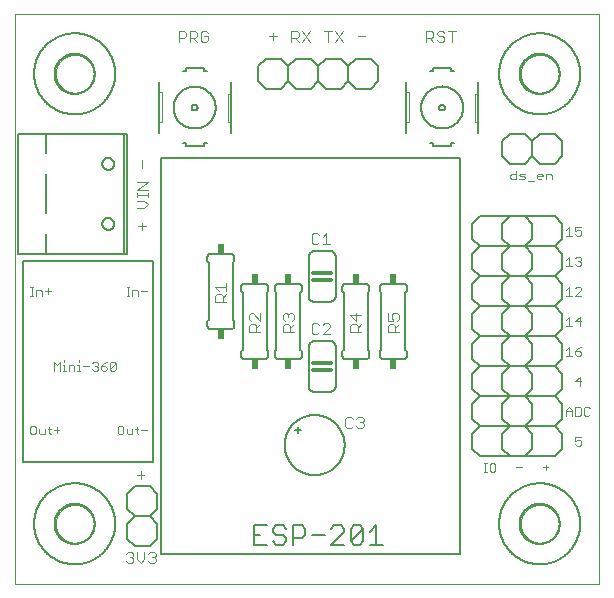
<source format=gto>
G75*
%MOIN*%
%OFA0B0*%
%FSLAX25Y25*%
%IPPOS*%
%LPD*%
%AMOC8*
5,1,8,0,0,1.08239X$1,22.5*
%
%ADD10C,0.00000*%
%ADD11C,0.00300*%
%ADD12C,0.00500*%
%ADD13C,0.00600*%
%ADD14R,0.02400X0.03400*%
%ADD15C,0.00200*%
%ADD16C,0.01200*%
%ADD17C,0.00800*%
D10*
X0006600Y0001600D02*
X0006600Y0191561D01*
X0201551Y0191561D01*
X0201551Y0001600D01*
X0006600Y0001600D01*
X0020301Y0021600D02*
X0020303Y0021758D01*
X0020309Y0021916D01*
X0020319Y0022074D01*
X0020333Y0022232D01*
X0020351Y0022389D01*
X0020372Y0022546D01*
X0020398Y0022702D01*
X0020428Y0022858D01*
X0020461Y0023013D01*
X0020499Y0023166D01*
X0020540Y0023319D01*
X0020585Y0023471D01*
X0020634Y0023622D01*
X0020687Y0023771D01*
X0020743Y0023919D01*
X0020803Y0024065D01*
X0020867Y0024210D01*
X0020935Y0024353D01*
X0021006Y0024495D01*
X0021080Y0024635D01*
X0021158Y0024772D01*
X0021240Y0024908D01*
X0021324Y0025042D01*
X0021413Y0025173D01*
X0021504Y0025302D01*
X0021599Y0025429D01*
X0021696Y0025554D01*
X0021797Y0025676D01*
X0021901Y0025795D01*
X0022008Y0025912D01*
X0022118Y0026026D01*
X0022231Y0026137D01*
X0022346Y0026246D01*
X0022464Y0026351D01*
X0022585Y0026453D01*
X0022708Y0026553D01*
X0022834Y0026649D01*
X0022962Y0026742D01*
X0023092Y0026832D01*
X0023225Y0026918D01*
X0023360Y0027002D01*
X0023496Y0027081D01*
X0023635Y0027158D01*
X0023776Y0027230D01*
X0023918Y0027300D01*
X0024062Y0027365D01*
X0024208Y0027427D01*
X0024355Y0027485D01*
X0024504Y0027540D01*
X0024654Y0027591D01*
X0024805Y0027638D01*
X0024957Y0027681D01*
X0025110Y0027720D01*
X0025265Y0027756D01*
X0025420Y0027787D01*
X0025576Y0027815D01*
X0025732Y0027839D01*
X0025889Y0027859D01*
X0026047Y0027875D01*
X0026204Y0027887D01*
X0026363Y0027895D01*
X0026521Y0027899D01*
X0026679Y0027899D01*
X0026837Y0027895D01*
X0026996Y0027887D01*
X0027153Y0027875D01*
X0027311Y0027859D01*
X0027468Y0027839D01*
X0027624Y0027815D01*
X0027780Y0027787D01*
X0027935Y0027756D01*
X0028090Y0027720D01*
X0028243Y0027681D01*
X0028395Y0027638D01*
X0028546Y0027591D01*
X0028696Y0027540D01*
X0028845Y0027485D01*
X0028992Y0027427D01*
X0029138Y0027365D01*
X0029282Y0027300D01*
X0029424Y0027230D01*
X0029565Y0027158D01*
X0029704Y0027081D01*
X0029840Y0027002D01*
X0029975Y0026918D01*
X0030108Y0026832D01*
X0030238Y0026742D01*
X0030366Y0026649D01*
X0030492Y0026553D01*
X0030615Y0026453D01*
X0030736Y0026351D01*
X0030854Y0026246D01*
X0030969Y0026137D01*
X0031082Y0026026D01*
X0031192Y0025912D01*
X0031299Y0025795D01*
X0031403Y0025676D01*
X0031504Y0025554D01*
X0031601Y0025429D01*
X0031696Y0025302D01*
X0031787Y0025173D01*
X0031876Y0025042D01*
X0031960Y0024908D01*
X0032042Y0024772D01*
X0032120Y0024635D01*
X0032194Y0024495D01*
X0032265Y0024353D01*
X0032333Y0024210D01*
X0032397Y0024065D01*
X0032457Y0023919D01*
X0032513Y0023771D01*
X0032566Y0023622D01*
X0032615Y0023471D01*
X0032660Y0023319D01*
X0032701Y0023166D01*
X0032739Y0023013D01*
X0032772Y0022858D01*
X0032802Y0022702D01*
X0032828Y0022546D01*
X0032849Y0022389D01*
X0032867Y0022232D01*
X0032881Y0022074D01*
X0032891Y0021916D01*
X0032897Y0021758D01*
X0032899Y0021600D01*
X0032897Y0021442D01*
X0032891Y0021284D01*
X0032881Y0021126D01*
X0032867Y0020968D01*
X0032849Y0020811D01*
X0032828Y0020654D01*
X0032802Y0020498D01*
X0032772Y0020342D01*
X0032739Y0020187D01*
X0032701Y0020034D01*
X0032660Y0019881D01*
X0032615Y0019729D01*
X0032566Y0019578D01*
X0032513Y0019429D01*
X0032457Y0019281D01*
X0032397Y0019135D01*
X0032333Y0018990D01*
X0032265Y0018847D01*
X0032194Y0018705D01*
X0032120Y0018565D01*
X0032042Y0018428D01*
X0031960Y0018292D01*
X0031876Y0018158D01*
X0031787Y0018027D01*
X0031696Y0017898D01*
X0031601Y0017771D01*
X0031504Y0017646D01*
X0031403Y0017524D01*
X0031299Y0017405D01*
X0031192Y0017288D01*
X0031082Y0017174D01*
X0030969Y0017063D01*
X0030854Y0016954D01*
X0030736Y0016849D01*
X0030615Y0016747D01*
X0030492Y0016647D01*
X0030366Y0016551D01*
X0030238Y0016458D01*
X0030108Y0016368D01*
X0029975Y0016282D01*
X0029840Y0016198D01*
X0029704Y0016119D01*
X0029565Y0016042D01*
X0029424Y0015970D01*
X0029282Y0015900D01*
X0029138Y0015835D01*
X0028992Y0015773D01*
X0028845Y0015715D01*
X0028696Y0015660D01*
X0028546Y0015609D01*
X0028395Y0015562D01*
X0028243Y0015519D01*
X0028090Y0015480D01*
X0027935Y0015444D01*
X0027780Y0015413D01*
X0027624Y0015385D01*
X0027468Y0015361D01*
X0027311Y0015341D01*
X0027153Y0015325D01*
X0026996Y0015313D01*
X0026837Y0015305D01*
X0026679Y0015301D01*
X0026521Y0015301D01*
X0026363Y0015305D01*
X0026204Y0015313D01*
X0026047Y0015325D01*
X0025889Y0015341D01*
X0025732Y0015361D01*
X0025576Y0015385D01*
X0025420Y0015413D01*
X0025265Y0015444D01*
X0025110Y0015480D01*
X0024957Y0015519D01*
X0024805Y0015562D01*
X0024654Y0015609D01*
X0024504Y0015660D01*
X0024355Y0015715D01*
X0024208Y0015773D01*
X0024062Y0015835D01*
X0023918Y0015900D01*
X0023776Y0015970D01*
X0023635Y0016042D01*
X0023496Y0016119D01*
X0023360Y0016198D01*
X0023225Y0016282D01*
X0023092Y0016368D01*
X0022962Y0016458D01*
X0022834Y0016551D01*
X0022708Y0016647D01*
X0022585Y0016747D01*
X0022464Y0016849D01*
X0022346Y0016954D01*
X0022231Y0017063D01*
X0022118Y0017174D01*
X0022008Y0017288D01*
X0021901Y0017405D01*
X0021797Y0017524D01*
X0021696Y0017646D01*
X0021599Y0017771D01*
X0021504Y0017898D01*
X0021413Y0018027D01*
X0021324Y0018158D01*
X0021240Y0018292D01*
X0021158Y0018428D01*
X0021080Y0018565D01*
X0021006Y0018705D01*
X0020935Y0018847D01*
X0020867Y0018990D01*
X0020803Y0019135D01*
X0020743Y0019281D01*
X0020687Y0019429D01*
X0020634Y0019578D01*
X0020585Y0019729D01*
X0020540Y0019881D01*
X0020499Y0020034D01*
X0020461Y0020187D01*
X0020428Y0020342D01*
X0020398Y0020498D01*
X0020372Y0020654D01*
X0020351Y0020811D01*
X0020333Y0020968D01*
X0020319Y0021126D01*
X0020309Y0021284D01*
X0020303Y0021442D01*
X0020301Y0021600D01*
X0020301Y0171600D02*
X0020303Y0171758D01*
X0020309Y0171916D01*
X0020319Y0172074D01*
X0020333Y0172232D01*
X0020351Y0172389D01*
X0020372Y0172546D01*
X0020398Y0172702D01*
X0020428Y0172858D01*
X0020461Y0173013D01*
X0020499Y0173166D01*
X0020540Y0173319D01*
X0020585Y0173471D01*
X0020634Y0173622D01*
X0020687Y0173771D01*
X0020743Y0173919D01*
X0020803Y0174065D01*
X0020867Y0174210D01*
X0020935Y0174353D01*
X0021006Y0174495D01*
X0021080Y0174635D01*
X0021158Y0174772D01*
X0021240Y0174908D01*
X0021324Y0175042D01*
X0021413Y0175173D01*
X0021504Y0175302D01*
X0021599Y0175429D01*
X0021696Y0175554D01*
X0021797Y0175676D01*
X0021901Y0175795D01*
X0022008Y0175912D01*
X0022118Y0176026D01*
X0022231Y0176137D01*
X0022346Y0176246D01*
X0022464Y0176351D01*
X0022585Y0176453D01*
X0022708Y0176553D01*
X0022834Y0176649D01*
X0022962Y0176742D01*
X0023092Y0176832D01*
X0023225Y0176918D01*
X0023360Y0177002D01*
X0023496Y0177081D01*
X0023635Y0177158D01*
X0023776Y0177230D01*
X0023918Y0177300D01*
X0024062Y0177365D01*
X0024208Y0177427D01*
X0024355Y0177485D01*
X0024504Y0177540D01*
X0024654Y0177591D01*
X0024805Y0177638D01*
X0024957Y0177681D01*
X0025110Y0177720D01*
X0025265Y0177756D01*
X0025420Y0177787D01*
X0025576Y0177815D01*
X0025732Y0177839D01*
X0025889Y0177859D01*
X0026047Y0177875D01*
X0026204Y0177887D01*
X0026363Y0177895D01*
X0026521Y0177899D01*
X0026679Y0177899D01*
X0026837Y0177895D01*
X0026996Y0177887D01*
X0027153Y0177875D01*
X0027311Y0177859D01*
X0027468Y0177839D01*
X0027624Y0177815D01*
X0027780Y0177787D01*
X0027935Y0177756D01*
X0028090Y0177720D01*
X0028243Y0177681D01*
X0028395Y0177638D01*
X0028546Y0177591D01*
X0028696Y0177540D01*
X0028845Y0177485D01*
X0028992Y0177427D01*
X0029138Y0177365D01*
X0029282Y0177300D01*
X0029424Y0177230D01*
X0029565Y0177158D01*
X0029704Y0177081D01*
X0029840Y0177002D01*
X0029975Y0176918D01*
X0030108Y0176832D01*
X0030238Y0176742D01*
X0030366Y0176649D01*
X0030492Y0176553D01*
X0030615Y0176453D01*
X0030736Y0176351D01*
X0030854Y0176246D01*
X0030969Y0176137D01*
X0031082Y0176026D01*
X0031192Y0175912D01*
X0031299Y0175795D01*
X0031403Y0175676D01*
X0031504Y0175554D01*
X0031601Y0175429D01*
X0031696Y0175302D01*
X0031787Y0175173D01*
X0031876Y0175042D01*
X0031960Y0174908D01*
X0032042Y0174772D01*
X0032120Y0174635D01*
X0032194Y0174495D01*
X0032265Y0174353D01*
X0032333Y0174210D01*
X0032397Y0174065D01*
X0032457Y0173919D01*
X0032513Y0173771D01*
X0032566Y0173622D01*
X0032615Y0173471D01*
X0032660Y0173319D01*
X0032701Y0173166D01*
X0032739Y0173013D01*
X0032772Y0172858D01*
X0032802Y0172702D01*
X0032828Y0172546D01*
X0032849Y0172389D01*
X0032867Y0172232D01*
X0032881Y0172074D01*
X0032891Y0171916D01*
X0032897Y0171758D01*
X0032899Y0171600D01*
X0032897Y0171442D01*
X0032891Y0171284D01*
X0032881Y0171126D01*
X0032867Y0170968D01*
X0032849Y0170811D01*
X0032828Y0170654D01*
X0032802Y0170498D01*
X0032772Y0170342D01*
X0032739Y0170187D01*
X0032701Y0170034D01*
X0032660Y0169881D01*
X0032615Y0169729D01*
X0032566Y0169578D01*
X0032513Y0169429D01*
X0032457Y0169281D01*
X0032397Y0169135D01*
X0032333Y0168990D01*
X0032265Y0168847D01*
X0032194Y0168705D01*
X0032120Y0168565D01*
X0032042Y0168428D01*
X0031960Y0168292D01*
X0031876Y0168158D01*
X0031787Y0168027D01*
X0031696Y0167898D01*
X0031601Y0167771D01*
X0031504Y0167646D01*
X0031403Y0167524D01*
X0031299Y0167405D01*
X0031192Y0167288D01*
X0031082Y0167174D01*
X0030969Y0167063D01*
X0030854Y0166954D01*
X0030736Y0166849D01*
X0030615Y0166747D01*
X0030492Y0166647D01*
X0030366Y0166551D01*
X0030238Y0166458D01*
X0030108Y0166368D01*
X0029975Y0166282D01*
X0029840Y0166198D01*
X0029704Y0166119D01*
X0029565Y0166042D01*
X0029424Y0165970D01*
X0029282Y0165900D01*
X0029138Y0165835D01*
X0028992Y0165773D01*
X0028845Y0165715D01*
X0028696Y0165660D01*
X0028546Y0165609D01*
X0028395Y0165562D01*
X0028243Y0165519D01*
X0028090Y0165480D01*
X0027935Y0165444D01*
X0027780Y0165413D01*
X0027624Y0165385D01*
X0027468Y0165361D01*
X0027311Y0165341D01*
X0027153Y0165325D01*
X0026996Y0165313D01*
X0026837Y0165305D01*
X0026679Y0165301D01*
X0026521Y0165301D01*
X0026363Y0165305D01*
X0026204Y0165313D01*
X0026047Y0165325D01*
X0025889Y0165341D01*
X0025732Y0165361D01*
X0025576Y0165385D01*
X0025420Y0165413D01*
X0025265Y0165444D01*
X0025110Y0165480D01*
X0024957Y0165519D01*
X0024805Y0165562D01*
X0024654Y0165609D01*
X0024504Y0165660D01*
X0024355Y0165715D01*
X0024208Y0165773D01*
X0024062Y0165835D01*
X0023918Y0165900D01*
X0023776Y0165970D01*
X0023635Y0166042D01*
X0023496Y0166119D01*
X0023360Y0166198D01*
X0023225Y0166282D01*
X0023092Y0166368D01*
X0022962Y0166458D01*
X0022834Y0166551D01*
X0022708Y0166647D01*
X0022585Y0166747D01*
X0022464Y0166849D01*
X0022346Y0166954D01*
X0022231Y0167063D01*
X0022118Y0167174D01*
X0022008Y0167288D01*
X0021901Y0167405D01*
X0021797Y0167524D01*
X0021696Y0167646D01*
X0021599Y0167771D01*
X0021504Y0167898D01*
X0021413Y0168027D01*
X0021324Y0168158D01*
X0021240Y0168292D01*
X0021158Y0168428D01*
X0021080Y0168565D01*
X0021006Y0168705D01*
X0020935Y0168847D01*
X0020867Y0168990D01*
X0020803Y0169135D01*
X0020743Y0169281D01*
X0020687Y0169429D01*
X0020634Y0169578D01*
X0020585Y0169729D01*
X0020540Y0169881D01*
X0020499Y0170034D01*
X0020461Y0170187D01*
X0020428Y0170342D01*
X0020398Y0170498D01*
X0020372Y0170654D01*
X0020351Y0170811D01*
X0020333Y0170968D01*
X0020319Y0171126D01*
X0020309Y0171284D01*
X0020303Y0171442D01*
X0020301Y0171600D01*
X0175301Y0171600D02*
X0175303Y0171758D01*
X0175309Y0171916D01*
X0175319Y0172074D01*
X0175333Y0172232D01*
X0175351Y0172389D01*
X0175372Y0172546D01*
X0175398Y0172702D01*
X0175428Y0172858D01*
X0175461Y0173013D01*
X0175499Y0173166D01*
X0175540Y0173319D01*
X0175585Y0173471D01*
X0175634Y0173622D01*
X0175687Y0173771D01*
X0175743Y0173919D01*
X0175803Y0174065D01*
X0175867Y0174210D01*
X0175935Y0174353D01*
X0176006Y0174495D01*
X0176080Y0174635D01*
X0176158Y0174772D01*
X0176240Y0174908D01*
X0176324Y0175042D01*
X0176413Y0175173D01*
X0176504Y0175302D01*
X0176599Y0175429D01*
X0176696Y0175554D01*
X0176797Y0175676D01*
X0176901Y0175795D01*
X0177008Y0175912D01*
X0177118Y0176026D01*
X0177231Y0176137D01*
X0177346Y0176246D01*
X0177464Y0176351D01*
X0177585Y0176453D01*
X0177708Y0176553D01*
X0177834Y0176649D01*
X0177962Y0176742D01*
X0178092Y0176832D01*
X0178225Y0176918D01*
X0178360Y0177002D01*
X0178496Y0177081D01*
X0178635Y0177158D01*
X0178776Y0177230D01*
X0178918Y0177300D01*
X0179062Y0177365D01*
X0179208Y0177427D01*
X0179355Y0177485D01*
X0179504Y0177540D01*
X0179654Y0177591D01*
X0179805Y0177638D01*
X0179957Y0177681D01*
X0180110Y0177720D01*
X0180265Y0177756D01*
X0180420Y0177787D01*
X0180576Y0177815D01*
X0180732Y0177839D01*
X0180889Y0177859D01*
X0181047Y0177875D01*
X0181204Y0177887D01*
X0181363Y0177895D01*
X0181521Y0177899D01*
X0181679Y0177899D01*
X0181837Y0177895D01*
X0181996Y0177887D01*
X0182153Y0177875D01*
X0182311Y0177859D01*
X0182468Y0177839D01*
X0182624Y0177815D01*
X0182780Y0177787D01*
X0182935Y0177756D01*
X0183090Y0177720D01*
X0183243Y0177681D01*
X0183395Y0177638D01*
X0183546Y0177591D01*
X0183696Y0177540D01*
X0183845Y0177485D01*
X0183992Y0177427D01*
X0184138Y0177365D01*
X0184282Y0177300D01*
X0184424Y0177230D01*
X0184565Y0177158D01*
X0184704Y0177081D01*
X0184840Y0177002D01*
X0184975Y0176918D01*
X0185108Y0176832D01*
X0185238Y0176742D01*
X0185366Y0176649D01*
X0185492Y0176553D01*
X0185615Y0176453D01*
X0185736Y0176351D01*
X0185854Y0176246D01*
X0185969Y0176137D01*
X0186082Y0176026D01*
X0186192Y0175912D01*
X0186299Y0175795D01*
X0186403Y0175676D01*
X0186504Y0175554D01*
X0186601Y0175429D01*
X0186696Y0175302D01*
X0186787Y0175173D01*
X0186876Y0175042D01*
X0186960Y0174908D01*
X0187042Y0174772D01*
X0187120Y0174635D01*
X0187194Y0174495D01*
X0187265Y0174353D01*
X0187333Y0174210D01*
X0187397Y0174065D01*
X0187457Y0173919D01*
X0187513Y0173771D01*
X0187566Y0173622D01*
X0187615Y0173471D01*
X0187660Y0173319D01*
X0187701Y0173166D01*
X0187739Y0173013D01*
X0187772Y0172858D01*
X0187802Y0172702D01*
X0187828Y0172546D01*
X0187849Y0172389D01*
X0187867Y0172232D01*
X0187881Y0172074D01*
X0187891Y0171916D01*
X0187897Y0171758D01*
X0187899Y0171600D01*
X0187897Y0171442D01*
X0187891Y0171284D01*
X0187881Y0171126D01*
X0187867Y0170968D01*
X0187849Y0170811D01*
X0187828Y0170654D01*
X0187802Y0170498D01*
X0187772Y0170342D01*
X0187739Y0170187D01*
X0187701Y0170034D01*
X0187660Y0169881D01*
X0187615Y0169729D01*
X0187566Y0169578D01*
X0187513Y0169429D01*
X0187457Y0169281D01*
X0187397Y0169135D01*
X0187333Y0168990D01*
X0187265Y0168847D01*
X0187194Y0168705D01*
X0187120Y0168565D01*
X0187042Y0168428D01*
X0186960Y0168292D01*
X0186876Y0168158D01*
X0186787Y0168027D01*
X0186696Y0167898D01*
X0186601Y0167771D01*
X0186504Y0167646D01*
X0186403Y0167524D01*
X0186299Y0167405D01*
X0186192Y0167288D01*
X0186082Y0167174D01*
X0185969Y0167063D01*
X0185854Y0166954D01*
X0185736Y0166849D01*
X0185615Y0166747D01*
X0185492Y0166647D01*
X0185366Y0166551D01*
X0185238Y0166458D01*
X0185108Y0166368D01*
X0184975Y0166282D01*
X0184840Y0166198D01*
X0184704Y0166119D01*
X0184565Y0166042D01*
X0184424Y0165970D01*
X0184282Y0165900D01*
X0184138Y0165835D01*
X0183992Y0165773D01*
X0183845Y0165715D01*
X0183696Y0165660D01*
X0183546Y0165609D01*
X0183395Y0165562D01*
X0183243Y0165519D01*
X0183090Y0165480D01*
X0182935Y0165444D01*
X0182780Y0165413D01*
X0182624Y0165385D01*
X0182468Y0165361D01*
X0182311Y0165341D01*
X0182153Y0165325D01*
X0181996Y0165313D01*
X0181837Y0165305D01*
X0181679Y0165301D01*
X0181521Y0165301D01*
X0181363Y0165305D01*
X0181204Y0165313D01*
X0181047Y0165325D01*
X0180889Y0165341D01*
X0180732Y0165361D01*
X0180576Y0165385D01*
X0180420Y0165413D01*
X0180265Y0165444D01*
X0180110Y0165480D01*
X0179957Y0165519D01*
X0179805Y0165562D01*
X0179654Y0165609D01*
X0179504Y0165660D01*
X0179355Y0165715D01*
X0179208Y0165773D01*
X0179062Y0165835D01*
X0178918Y0165900D01*
X0178776Y0165970D01*
X0178635Y0166042D01*
X0178496Y0166119D01*
X0178360Y0166198D01*
X0178225Y0166282D01*
X0178092Y0166368D01*
X0177962Y0166458D01*
X0177834Y0166551D01*
X0177708Y0166647D01*
X0177585Y0166747D01*
X0177464Y0166849D01*
X0177346Y0166954D01*
X0177231Y0167063D01*
X0177118Y0167174D01*
X0177008Y0167288D01*
X0176901Y0167405D01*
X0176797Y0167524D01*
X0176696Y0167646D01*
X0176599Y0167771D01*
X0176504Y0167898D01*
X0176413Y0168027D01*
X0176324Y0168158D01*
X0176240Y0168292D01*
X0176158Y0168428D01*
X0176080Y0168565D01*
X0176006Y0168705D01*
X0175935Y0168847D01*
X0175867Y0168990D01*
X0175803Y0169135D01*
X0175743Y0169281D01*
X0175687Y0169429D01*
X0175634Y0169578D01*
X0175585Y0169729D01*
X0175540Y0169881D01*
X0175499Y0170034D01*
X0175461Y0170187D01*
X0175428Y0170342D01*
X0175398Y0170498D01*
X0175372Y0170654D01*
X0175351Y0170811D01*
X0175333Y0170968D01*
X0175319Y0171126D01*
X0175309Y0171284D01*
X0175303Y0171442D01*
X0175301Y0171600D01*
X0175301Y0021600D02*
X0175303Y0021758D01*
X0175309Y0021916D01*
X0175319Y0022074D01*
X0175333Y0022232D01*
X0175351Y0022389D01*
X0175372Y0022546D01*
X0175398Y0022702D01*
X0175428Y0022858D01*
X0175461Y0023013D01*
X0175499Y0023166D01*
X0175540Y0023319D01*
X0175585Y0023471D01*
X0175634Y0023622D01*
X0175687Y0023771D01*
X0175743Y0023919D01*
X0175803Y0024065D01*
X0175867Y0024210D01*
X0175935Y0024353D01*
X0176006Y0024495D01*
X0176080Y0024635D01*
X0176158Y0024772D01*
X0176240Y0024908D01*
X0176324Y0025042D01*
X0176413Y0025173D01*
X0176504Y0025302D01*
X0176599Y0025429D01*
X0176696Y0025554D01*
X0176797Y0025676D01*
X0176901Y0025795D01*
X0177008Y0025912D01*
X0177118Y0026026D01*
X0177231Y0026137D01*
X0177346Y0026246D01*
X0177464Y0026351D01*
X0177585Y0026453D01*
X0177708Y0026553D01*
X0177834Y0026649D01*
X0177962Y0026742D01*
X0178092Y0026832D01*
X0178225Y0026918D01*
X0178360Y0027002D01*
X0178496Y0027081D01*
X0178635Y0027158D01*
X0178776Y0027230D01*
X0178918Y0027300D01*
X0179062Y0027365D01*
X0179208Y0027427D01*
X0179355Y0027485D01*
X0179504Y0027540D01*
X0179654Y0027591D01*
X0179805Y0027638D01*
X0179957Y0027681D01*
X0180110Y0027720D01*
X0180265Y0027756D01*
X0180420Y0027787D01*
X0180576Y0027815D01*
X0180732Y0027839D01*
X0180889Y0027859D01*
X0181047Y0027875D01*
X0181204Y0027887D01*
X0181363Y0027895D01*
X0181521Y0027899D01*
X0181679Y0027899D01*
X0181837Y0027895D01*
X0181996Y0027887D01*
X0182153Y0027875D01*
X0182311Y0027859D01*
X0182468Y0027839D01*
X0182624Y0027815D01*
X0182780Y0027787D01*
X0182935Y0027756D01*
X0183090Y0027720D01*
X0183243Y0027681D01*
X0183395Y0027638D01*
X0183546Y0027591D01*
X0183696Y0027540D01*
X0183845Y0027485D01*
X0183992Y0027427D01*
X0184138Y0027365D01*
X0184282Y0027300D01*
X0184424Y0027230D01*
X0184565Y0027158D01*
X0184704Y0027081D01*
X0184840Y0027002D01*
X0184975Y0026918D01*
X0185108Y0026832D01*
X0185238Y0026742D01*
X0185366Y0026649D01*
X0185492Y0026553D01*
X0185615Y0026453D01*
X0185736Y0026351D01*
X0185854Y0026246D01*
X0185969Y0026137D01*
X0186082Y0026026D01*
X0186192Y0025912D01*
X0186299Y0025795D01*
X0186403Y0025676D01*
X0186504Y0025554D01*
X0186601Y0025429D01*
X0186696Y0025302D01*
X0186787Y0025173D01*
X0186876Y0025042D01*
X0186960Y0024908D01*
X0187042Y0024772D01*
X0187120Y0024635D01*
X0187194Y0024495D01*
X0187265Y0024353D01*
X0187333Y0024210D01*
X0187397Y0024065D01*
X0187457Y0023919D01*
X0187513Y0023771D01*
X0187566Y0023622D01*
X0187615Y0023471D01*
X0187660Y0023319D01*
X0187701Y0023166D01*
X0187739Y0023013D01*
X0187772Y0022858D01*
X0187802Y0022702D01*
X0187828Y0022546D01*
X0187849Y0022389D01*
X0187867Y0022232D01*
X0187881Y0022074D01*
X0187891Y0021916D01*
X0187897Y0021758D01*
X0187899Y0021600D01*
X0187897Y0021442D01*
X0187891Y0021284D01*
X0187881Y0021126D01*
X0187867Y0020968D01*
X0187849Y0020811D01*
X0187828Y0020654D01*
X0187802Y0020498D01*
X0187772Y0020342D01*
X0187739Y0020187D01*
X0187701Y0020034D01*
X0187660Y0019881D01*
X0187615Y0019729D01*
X0187566Y0019578D01*
X0187513Y0019429D01*
X0187457Y0019281D01*
X0187397Y0019135D01*
X0187333Y0018990D01*
X0187265Y0018847D01*
X0187194Y0018705D01*
X0187120Y0018565D01*
X0187042Y0018428D01*
X0186960Y0018292D01*
X0186876Y0018158D01*
X0186787Y0018027D01*
X0186696Y0017898D01*
X0186601Y0017771D01*
X0186504Y0017646D01*
X0186403Y0017524D01*
X0186299Y0017405D01*
X0186192Y0017288D01*
X0186082Y0017174D01*
X0185969Y0017063D01*
X0185854Y0016954D01*
X0185736Y0016849D01*
X0185615Y0016747D01*
X0185492Y0016647D01*
X0185366Y0016551D01*
X0185238Y0016458D01*
X0185108Y0016368D01*
X0184975Y0016282D01*
X0184840Y0016198D01*
X0184704Y0016119D01*
X0184565Y0016042D01*
X0184424Y0015970D01*
X0184282Y0015900D01*
X0184138Y0015835D01*
X0183992Y0015773D01*
X0183845Y0015715D01*
X0183696Y0015660D01*
X0183546Y0015609D01*
X0183395Y0015562D01*
X0183243Y0015519D01*
X0183090Y0015480D01*
X0182935Y0015444D01*
X0182780Y0015413D01*
X0182624Y0015385D01*
X0182468Y0015361D01*
X0182311Y0015341D01*
X0182153Y0015325D01*
X0181996Y0015313D01*
X0181837Y0015305D01*
X0181679Y0015301D01*
X0181521Y0015301D01*
X0181363Y0015305D01*
X0181204Y0015313D01*
X0181047Y0015325D01*
X0180889Y0015341D01*
X0180732Y0015361D01*
X0180576Y0015385D01*
X0180420Y0015413D01*
X0180265Y0015444D01*
X0180110Y0015480D01*
X0179957Y0015519D01*
X0179805Y0015562D01*
X0179654Y0015609D01*
X0179504Y0015660D01*
X0179355Y0015715D01*
X0179208Y0015773D01*
X0179062Y0015835D01*
X0178918Y0015900D01*
X0178776Y0015970D01*
X0178635Y0016042D01*
X0178496Y0016119D01*
X0178360Y0016198D01*
X0178225Y0016282D01*
X0178092Y0016368D01*
X0177962Y0016458D01*
X0177834Y0016551D01*
X0177708Y0016647D01*
X0177585Y0016747D01*
X0177464Y0016849D01*
X0177346Y0016954D01*
X0177231Y0017063D01*
X0177118Y0017174D01*
X0177008Y0017288D01*
X0176901Y0017405D01*
X0176797Y0017524D01*
X0176696Y0017646D01*
X0176599Y0017771D01*
X0176504Y0017898D01*
X0176413Y0018027D01*
X0176324Y0018158D01*
X0176240Y0018292D01*
X0176158Y0018428D01*
X0176080Y0018565D01*
X0176006Y0018705D01*
X0175935Y0018847D01*
X0175867Y0018990D01*
X0175803Y0019135D01*
X0175743Y0019281D01*
X0175687Y0019429D01*
X0175634Y0019578D01*
X0175585Y0019729D01*
X0175540Y0019881D01*
X0175499Y0020034D01*
X0175461Y0020187D01*
X0175428Y0020342D01*
X0175398Y0020498D01*
X0175372Y0020654D01*
X0175351Y0020811D01*
X0175333Y0020968D01*
X0175319Y0021126D01*
X0175309Y0021284D01*
X0175303Y0021442D01*
X0175301Y0021600D01*
D11*
X0175694Y0040351D02*
X0173759Y0040351D01*
X0166854Y0039384D02*
X0166854Y0041319D01*
X0166371Y0041802D01*
X0165403Y0041802D01*
X0164919Y0041319D01*
X0164919Y0039384D01*
X0165403Y0038900D01*
X0166371Y0038900D01*
X0166854Y0039384D01*
X0163922Y0038900D02*
X0162955Y0038900D01*
X0163439Y0038900D02*
X0163439Y0041802D01*
X0163922Y0041802D02*
X0162955Y0041802D01*
X0182598Y0040351D02*
X0184533Y0040351D01*
X0183566Y0039384D02*
X0183566Y0041319D01*
X0193447Y0048134D02*
X0193930Y0047650D01*
X0194898Y0047650D01*
X0195381Y0048134D01*
X0195381Y0049101D01*
X0194898Y0049585D01*
X0194414Y0049585D01*
X0193447Y0049101D01*
X0193447Y0050552D01*
X0195381Y0050552D01*
X0194898Y0057650D02*
X0195381Y0058134D01*
X0195381Y0060069D01*
X0194898Y0060552D01*
X0193447Y0060552D01*
X0193447Y0057650D01*
X0194898Y0057650D01*
X0196393Y0058134D02*
X0196877Y0057650D01*
X0197844Y0057650D01*
X0198328Y0058134D01*
X0198328Y0060069D02*
X0197844Y0060552D01*
X0196877Y0060552D01*
X0196393Y0060069D01*
X0196393Y0058134D01*
X0192435Y0057650D02*
X0192435Y0059585D01*
X0191467Y0060552D01*
X0190500Y0059585D01*
X0190500Y0057650D01*
X0190500Y0059101D02*
X0192435Y0059101D01*
X0194898Y0067650D02*
X0194898Y0070552D01*
X0193447Y0069101D01*
X0195381Y0069101D01*
X0194898Y0077650D02*
X0195381Y0078134D01*
X0195381Y0078617D01*
X0194898Y0079101D01*
X0193447Y0079101D01*
X0193447Y0078134D01*
X0193930Y0077650D01*
X0194898Y0077650D01*
X0193447Y0079101D02*
X0194414Y0080069D01*
X0195381Y0080552D01*
X0191467Y0080552D02*
X0191467Y0077650D01*
X0190500Y0077650D02*
X0192435Y0077650D01*
X0190500Y0079585D02*
X0191467Y0080552D01*
X0191467Y0087650D02*
X0191467Y0090552D01*
X0190500Y0089585D01*
X0190500Y0087650D02*
X0192435Y0087650D01*
X0193447Y0089101D02*
X0195381Y0089101D01*
X0194898Y0087650D02*
X0194898Y0090552D01*
X0193447Y0089101D01*
X0193447Y0097650D02*
X0195381Y0099585D01*
X0195381Y0100069D01*
X0194898Y0100552D01*
X0193930Y0100552D01*
X0193447Y0100069D01*
X0191467Y0100552D02*
X0191467Y0097650D01*
X0190500Y0097650D02*
X0192435Y0097650D01*
X0193447Y0097650D02*
X0195381Y0097650D01*
X0191467Y0100552D02*
X0190500Y0099585D01*
X0190500Y0107650D02*
X0192435Y0107650D01*
X0191467Y0107650D02*
X0191467Y0110552D01*
X0190500Y0109585D01*
X0193447Y0110069D02*
X0193930Y0110552D01*
X0194898Y0110552D01*
X0195381Y0110069D01*
X0195381Y0109585D01*
X0194898Y0109101D01*
X0195381Y0108617D01*
X0195381Y0108134D01*
X0194898Y0107650D01*
X0193930Y0107650D01*
X0193447Y0108134D01*
X0194414Y0109101D02*
X0194898Y0109101D01*
X0194898Y0117650D02*
X0193930Y0117650D01*
X0193447Y0118134D01*
X0193447Y0119101D02*
X0194414Y0119585D01*
X0194898Y0119585D01*
X0195381Y0119101D01*
X0195381Y0118134D01*
X0194898Y0117650D01*
X0193447Y0119101D02*
X0193447Y0120552D01*
X0195381Y0120552D01*
X0191467Y0120552D02*
X0191467Y0117650D01*
X0190500Y0117650D02*
X0192435Y0117650D01*
X0190500Y0119585D02*
X0191467Y0120552D01*
X0185605Y0136400D02*
X0185605Y0137851D01*
X0185121Y0138335D01*
X0183670Y0138335D01*
X0183670Y0136400D01*
X0182658Y0137367D02*
X0180723Y0137367D01*
X0180723Y0136884D02*
X0180723Y0137851D01*
X0181207Y0138335D01*
X0182174Y0138335D01*
X0182658Y0137851D01*
X0182658Y0137367D01*
X0182174Y0136400D02*
X0181207Y0136400D01*
X0180723Y0136884D01*
X0179712Y0135916D02*
X0177777Y0135916D01*
X0176765Y0136884D02*
X0176281Y0137367D01*
X0175314Y0137367D01*
X0174830Y0137851D01*
X0175314Y0138335D01*
X0176765Y0138335D01*
X0176765Y0136884D02*
X0176281Y0136400D01*
X0174830Y0136400D01*
X0173819Y0136400D02*
X0172367Y0136400D01*
X0171884Y0136884D01*
X0171884Y0137851D01*
X0172367Y0138335D01*
X0173819Y0138335D01*
X0173819Y0139302D02*
X0173819Y0136400D01*
X0134083Y0091719D02*
X0134700Y0091102D01*
X0134700Y0089867D01*
X0134083Y0089250D01*
X0132848Y0089250D02*
X0132231Y0090484D01*
X0132231Y0091102D01*
X0132848Y0091719D01*
X0134083Y0091719D01*
X0132848Y0089250D02*
X0130997Y0089250D01*
X0130997Y0091719D01*
X0131614Y0088036D02*
X0132848Y0088036D01*
X0133466Y0087418D01*
X0133466Y0085567D01*
X0134700Y0085567D02*
X0130997Y0085567D01*
X0130997Y0087418D01*
X0131614Y0088036D01*
X0133466Y0086801D02*
X0134700Y0088036D01*
X0122200Y0088036D02*
X0120966Y0086801D01*
X0120966Y0087418D02*
X0120966Y0085567D01*
X0122200Y0085567D02*
X0118497Y0085567D01*
X0118497Y0087418D01*
X0119114Y0088036D01*
X0120348Y0088036D01*
X0120966Y0087418D01*
X0120348Y0089250D02*
X0120348Y0091719D01*
X0118497Y0091102D02*
X0120348Y0089250D01*
X0118497Y0091102D02*
X0122200Y0091102D01*
X0111719Y0087836D02*
X0111102Y0088453D01*
X0109867Y0088453D01*
X0109250Y0087836D01*
X0108036Y0087836D02*
X0107418Y0088453D01*
X0106184Y0088453D01*
X0105567Y0087836D01*
X0105567Y0085367D01*
X0106184Y0084750D01*
X0107418Y0084750D01*
X0108036Y0085367D01*
X0109250Y0084750D02*
X0111719Y0087219D01*
X0111719Y0087836D01*
X0111719Y0084750D02*
X0109250Y0084750D01*
X0099700Y0085567D02*
X0095997Y0085567D01*
X0095997Y0087418D01*
X0096614Y0088036D01*
X0097848Y0088036D01*
X0098466Y0087418D01*
X0098466Y0085567D01*
X0098466Y0086801D02*
X0099700Y0088036D01*
X0099083Y0089250D02*
X0099700Y0089867D01*
X0099700Y0091102D01*
X0099083Y0091719D01*
X0098466Y0091719D01*
X0097848Y0091102D01*
X0097848Y0090484D01*
X0097848Y0091102D02*
X0097231Y0091719D01*
X0096614Y0091719D01*
X0095997Y0091102D01*
X0095997Y0089867D01*
X0096614Y0089250D01*
X0088450Y0089250D02*
X0085981Y0091719D01*
X0085364Y0091719D01*
X0084747Y0091102D01*
X0084747Y0089867D01*
X0085364Y0089250D01*
X0085364Y0088036D02*
X0084747Y0087418D01*
X0084747Y0085567D01*
X0088450Y0085567D01*
X0087216Y0085567D02*
X0087216Y0087418D01*
X0086598Y0088036D01*
X0085364Y0088036D01*
X0087216Y0086801D02*
X0088450Y0088036D01*
X0088450Y0089250D02*
X0088450Y0091719D01*
X0077200Y0095567D02*
X0073497Y0095567D01*
X0073497Y0097418D01*
X0074114Y0098036D01*
X0075348Y0098036D01*
X0075966Y0097418D01*
X0075966Y0095567D01*
X0075966Y0096801D02*
X0077200Y0098036D01*
X0077200Y0099250D02*
X0077200Y0101719D01*
X0077200Y0100484D02*
X0073497Y0100484D01*
X0074731Y0099250D01*
X0050738Y0099101D02*
X0048803Y0099101D01*
X0047792Y0099101D02*
X0047792Y0097650D01*
X0047792Y0099101D02*
X0047308Y0099585D01*
X0045857Y0099585D01*
X0045857Y0097650D01*
X0044860Y0097650D02*
X0043893Y0097650D01*
X0044376Y0097650D02*
X0044376Y0100552D01*
X0043893Y0100552D02*
X0044860Y0100552D01*
X0049098Y0119473D02*
X0049098Y0121942D01*
X0047864Y0120707D02*
X0050333Y0120707D01*
X0049716Y0126839D02*
X0047247Y0126839D01*
X0049716Y0126839D02*
X0050950Y0128074D01*
X0049716Y0129308D01*
X0047247Y0129308D01*
X0047247Y0130522D02*
X0047247Y0131757D01*
X0047247Y0131139D02*
X0050950Y0131139D01*
X0050950Y0130522D02*
X0050950Y0131757D01*
X0050950Y0132978D02*
X0047247Y0132978D01*
X0050950Y0135446D01*
X0047247Y0135446D01*
X0049098Y0140344D02*
X0049098Y0142813D01*
X0061225Y0182250D02*
X0061225Y0185953D01*
X0063077Y0185953D01*
X0063694Y0185336D01*
X0063694Y0184102D01*
X0063077Y0183484D01*
X0061225Y0183484D01*
X0064908Y0183484D02*
X0066760Y0183484D01*
X0067377Y0184102D01*
X0067377Y0185336D01*
X0066760Y0185953D01*
X0064908Y0185953D01*
X0064908Y0182250D01*
X0066143Y0183484D02*
X0067377Y0182250D01*
X0068592Y0182867D02*
X0069209Y0182250D01*
X0070443Y0182250D01*
X0071060Y0182867D01*
X0071060Y0184102D01*
X0069826Y0184102D01*
X0071060Y0185336D02*
X0070443Y0185953D01*
X0069209Y0185953D01*
X0068592Y0185336D01*
X0068592Y0182867D01*
X0091426Y0184102D02*
X0093895Y0184102D01*
X0092660Y0185336D02*
X0092660Y0182867D01*
X0098792Y0182250D02*
X0098792Y0185953D01*
X0100644Y0185953D01*
X0101261Y0185336D01*
X0101261Y0184102D01*
X0100644Y0183484D01*
X0098792Y0183484D01*
X0100027Y0183484D02*
X0101261Y0182250D01*
X0102475Y0182250D02*
X0104944Y0185953D01*
X0102475Y0185953D02*
X0104944Y0182250D01*
X0111076Y0182250D02*
X0111076Y0185953D01*
X0109842Y0185953D02*
X0112310Y0185953D01*
X0113525Y0185953D02*
X0115993Y0182250D01*
X0113525Y0182250D02*
X0115993Y0185953D01*
X0120891Y0184102D02*
X0123360Y0184102D01*
X0143725Y0183484D02*
X0145577Y0183484D01*
X0146194Y0184102D01*
X0146194Y0185336D01*
X0145577Y0185953D01*
X0143725Y0185953D01*
X0143725Y0182250D01*
X0144960Y0183484D02*
X0146194Y0182250D01*
X0147408Y0182867D02*
X0148026Y0182250D01*
X0149260Y0182250D01*
X0149877Y0182867D01*
X0149877Y0183484D01*
X0149260Y0184102D01*
X0148026Y0184102D01*
X0147408Y0184719D01*
X0147408Y0185336D01*
X0148026Y0185953D01*
X0149260Y0185953D01*
X0149877Y0185336D01*
X0151092Y0185953D02*
X0153560Y0185953D01*
X0152326Y0185953D02*
X0152326Y0182250D01*
X0110484Y0118453D02*
X0110484Y0114750D01*
X0109250Y0114750D02*
X0111719Y0114750D01*
X0109250Y0117219D02*
X0110484Y0118453D01*
X0108036Y0117836D02*
X0107418Y0118453D01*
X0106184Y0118453D01*
X0105567Y0117836D01*
X0105567Y0115367D01*
X0106184Y0114750D01*
X0107418Y0114750D01*
X0108036Y0115367D01*
X0117434Y0057203D02*
X0116817Y0056586D01*
X0116817Y0054117D01*
X0117434Y0053500D01*
X0118668Y0053500D01*
X0119286Y0054117D01*
X0120500Y0054117D02*
X0121117Y0053500D01*
X0122352Y0053500D01*
X0122969Y0054117D01*
X0122969Y0054734D01*
X0122352Y0055352D01*
X0121734Y0055352D01*
X0122352Y0055352D02*
X0122969Y0055969D01*
X0122969Y0056586D01*
X0122352Y0057203D01*
X0121117Y0057203D01*
X0120500Y0056586D01*
X0119286Y0056586D02*
X0118668Y0057203D01*
X0117434Y0057203D01*
X0053560Y0011586D02*
X0053560Y0010969D01*
X0052943Y0010352D01*
X0053560Y0009734D01*
X0053560Y0009117D01*
X0052943Y0008500D01*
X0051709Y0008500D01*
X0051092Y0009117D01*
X0049877Y0009734D02*
X0049877Y0012203D01*
X0051092Y0011586D02*
X0051709Y0012203D01*
X0052943Y0012203D01*
X0053560Y0011586D01*
X0052943Y0010352D02*
X0052326Y0010352D01*
X0049877Y0009734D02*
X0048643Y0008500D01*
X0047408Y0009734D01*
X0047408Y0012203D01*
X0046194Y0011586D02*
X0046194Y0010969D01*
X0045577Y0010352D01*
X0046194Y0009734D01*
X0046194Y0009117D01*
X0045577Y0008500D01*
X0044342Y0008500D01*
X0043725Y0009117D01*
X0044960Y0010352D02*
X0045577Y0010352D01*
X0046194Y0011586D02*
X0045577Y0012203D01*
X0044342Y0012203D01*
X0043725Y0011586D01*
X0048643Y0036617D02*
X0048643Y0039086D01*
X0047408Y0037852D02*
X0049877Y0037852D01*
X0047807Y0051400D02*
X0047323Y0051884D01*
X0047323Y0053819D01*
X0046839Y0053335D02*
X0047807Y0053335D01*
X0048803Y0052851D02*
X0050738Y0052851D01*
X0045828Y0053335D02*
X0045828Y0051400D01*
X0044376Y0051400D01*
X0043893Y0051884D01*
X0043893Y0053335D01*
X0042881Y0053819D02*
X0042397Y0054302D01*
X0041430Y0054302D01*
X0040946Y0053819D01*
X0040946Y0051884D01*
X0041430Y0051400D01*
X0042397Y0051400D01*
X0042881Y0051884D01*
X0042881Y0053819D01*
X0039809Y0072650D02*
X0038841Y0072650D01*
X0038357Y0073134D01*
X0040292Y0075069D01*
X0040292Y0073134D01*
X0039809Y0072650D01*
X0038357Y0073134D02*
X0038357Y0075069D01*
X0038841Y0075552D01*
X0039809Y0075552D01*
X0040292Y0075069D01*
X0037346Y0075552D02*
X0036378Y0075069D01*
X0035411Y0074101D01*
X0036862Y0074101D01*
X0037346Y0073617D01*
X0037346Y0073134D01*
X0036862Y0072650D01*
X0035895Y0072650D01*
X0035411Y0073134D01*
X0035411Y0074101D01*
X0034399Y0073617D02*
X0034399Y0073134D01*
X0033916Y0072650D01*
X0032948Y0072650D01*
X0032464Y0073134D01*
X0033432Y0074101D02*
X0033916Y0074101D01*
X0034399Y0073617D01*
X0033916Y0074101D02*
X0034399Y0074585D01*
X0034399Y0075069D01*
X0033916Y0075552D01*
X0032948Y0075552D01*
X0032464Y0075069D01*
X0031453Y0074101D02*
X0029518Y0074101D01*
X0028037Y0074585D02*
X0028037Y0072650D01*
X0027553Y0072650D02*
X0028521Y0072650D01*
X0026542Y0072650D02*
X0026542Y0074101D01*
X0026058Y0074585D01*
X0024607Y0074585D01*
X0024607Y0072650D01*
X0023610Y0072650D02*
X0022643Y0072650D01*
X0023126Y0072650D02*
X0023126Y0074585D01*
X0022643Y0074585D01*
X0023126Y0075552D02*
X0023126Y0076036D01*
X0021631Y0075552D02*
X0020664Y0074585D01*
X0019696Y0075552D01*
X0019696Y0072650D01*
X0021631Y0072650D02*
X0021631Y0075552D01*
X0027553Y0074585D02*
X0028037Y0074585D01*
X0028037Y0075552D02*
X0028037Y0076036D01*
X0017628Y0098134D02*
X0017628Y0100069D01*
X0016661Y0099101D02*
X0018596Y0099101D01*
X0015649Y0099101D02*
X0015649Y0097650D01*
X0015649Y0099101D02*
X0015166Y0099585D01*
X0013714Y0099585D01*
X0013714Y0097650D01*
X0012717Y0097650D02*
X0011750Y0097650D01*
X0012234Y0097650D02*
X0012234Y0100552D01*
X0012717Y0100552D02*
X0011750Y0100552D01*
X0012234Y0054302D02*
X0011750Y0053819D01*
X0011750Y0051884D01*
X0012234Y0051400D01*
X0013201Y0051400D01*
X0013685Y0051884D01*
X0013685Y0053819D01*
X0013201Y0054302D01*
X0012234Y0054302D01*
X0014697Y0053335D02*
X0014697Y0051884D01*
X0015180Y0051400D01*
X0016631Y0051400D01*
X0016631Y0053335D01*
X0017643Y0053335D02*
X0018611Y0053335D01*
X0018127Y0053819D02*
X0018127Y0051884D01*
X0018611Y0051400D01*
X0019607Y0052851D02*
X0021542Y0052851D01*
X0020575Y0051884D02*
X0020575Y0053819D01*
D12*
X0009543Y0042171D02*
X0052850Y0042171D01*
X0052850Y0109100D01*
X0009543Y0109100D01*
X0009543Y0042171D01*
X0055350Y0011600D02*
X0055350Y0143411D01*
X0155035Y0143411D01*
X0155035Y0011600D01*
X0055350Y0011600D01*
D13*
X0051600Y0014100D02*
X0054100Y0016600D01*
X0054100Y0021600D01*
X0051600Y0024100D01*
X0046600Y0024100D01*
X0044100Y0021600D01*
X0044100Y0016600D01*
X0046600Y0014100D01*
X0051600Y0014100D01*
X0051600Y0024100D02*
X0054100Y0026600D01*
X0054100Y0031600D01*
X0051600Y0034100D01*
X0046600Y0034100D01*
X0044100Y0031600D01*
X0044100Y0026600D01*
X0046600Y0024100D01*
X0013100Y0021600D02*
X0013104Y0021931D01*
X0013116Y0022262D01*
X0013137Y0022593D01*
X0013165Y0022923D01*
X0013202Y0023253D01*
X0013246Y0023581D01*
X0013299Y0023908D01*
X0013359Y0024234D01*
X0013428Y0024558D01*
X0013505Y0024880D01*
X0013589Y0025201D01*
X0013681Y0025519D01*
X0013781Y0025835D01*
X0013889Y0026148D01*
X0014005Y0026459D01*
X0014128Y0026766D01*
X0014258Y0027071D01*
X0014396Y0027372D01*
X0014541Y0027670D01*
X0014694Y0027964D01*
X0014854Y0028254D01*
X0015021Y0028540D01*
X0015194Y0028822D01*
X0015375Y0029100D01*
X0015563Y0029373D01*
X0015757Y0029642D01*
X0015957Y0029906D01*
X0016164Y0030164D01*
X0016378Y0030418D01*
X0016597Y0030666D01*
X0016823Y0030909D01*
X0017054Y0031146D01*
X0017291Y0031377D01*
X0017534Y0031603D01*
X0017782Y0031822D01*
X0018036Y0032036D01*
X0018294Y0032243D01*
X0018558Y0032443D01*
X0018827Y0032637D01*
X0019100Y0032825D01*
X0019378Y0033006D01*
X0019660Y0033179D01*
X0019946Y0033346D01*
X0020236Y0033506D01*
X0020530Y0033659D01*
X0020828Y0033804D01*
X0021129Y0033942D01*
X0021434Y0034072D01*
X0021741Y0034195D01*
X0022052Y0034311D01*
X0022365Y0034419D01*
X0022681Y0034519D01*
X0022999Y0034611D01*
X0023320Y0034695D01*
X0023642Y0034772D01*
X0023966Y0034841D01*
X0024292Y0034901D01*
X0024619Y0034954D01*
X0024947Y0034998D01*
X0025277Y0035035D01*
X0025607Y0035063D01*
X0025938Y0035084D01*
X0026269Y0035096D01*
X0026600Y0035100D01*
X0026931Y0035096D01*
X0027262Y0035084D01*
X0027593Y0035063D01*
X0027923Y0035035D01*
X0028253Y0034998D01*
X0028581Y0034954D01*
X0028908Y0034901D01*
X0029234Y0034841D01*
X0029558Y0034772D01*
X0029880Y0034695D01*
X0030201Y0034611D01*
X0030519Y0034519D01*
X0030835Y0034419D01*
X0031148Y0034311D01*
X0031459Y0034195D01*
X0031766Y0034072D01*
X0032071Y0033942D01*
X0032372Y0033804D01*
X0032670Y0033659D01*
X0032964Y0033506D01*
X0033254Y0033346D01*
X0033540Y0033179D01*
X0033822Y0033006D01*
X0034100Y0032825D01*
X0034373Y0032637D01*
X0034642Y0032443D01*
X0034906Y0032243D01*
X0035164Y0032036D01*
X0035418Y0031822D01*
X0035666Y0031603D01*
X0035909Y0031377D01*
X0036146Y0031146D01*
X0036377Y0030909D01*
X0036603Y0030666D01*
X0036822Y0030418D01*
X0037036Y0030164D01*
X0037243Y0029906D01*
X0037443Y0029642D01*
X0037637Y0029373D01*
X0037825Y0029100D01*
X0038006Y0028822D01*
X0038179Y0028540D01*
X0038346Y0028254D01*
X0038506Y0027964D01*
X0038659Y0027670D01*
X0038804Y0027372D01*
X0038942Y0027071D01*
X0039072Y0026766D01*
X0039195Y0026459D01*
X0039311Y0026148D01*
X0039419Y0025835D01*
X0039519Y0025519D01*
X0039611Y0025201D01*
X0039695Y0024880D01*
X0039772Y0024558D01*
X0039841Y0024234D01*
X0039901Y0023908D01*
X0039954Y0023581D01*
X0039998Y0023253D01*
X0040035Y0022923D01*
X0040063Y0022593D01*
X0040084Y0022262D01*
X0040096Y0021931D01*
X0040100Y0021600D01*
X0040096Y0021269D01*
X0040084Y0020938D01*
X0040063Y0020607D01*
X0040035Y0020277D01*
X0039998Y0019947D01*
X0039954Y0019619D01*
X0039901Y0019292D01*
X0039841Y0018966D01*
X0039772Y0018642D01*
X0039695Y0018320D01*
X0039611Y0017999D01*
X0039519Y0017681D01*
X0039419Y0017365D01*
X0039311Y0017052D01*
X0039195Y0016741D01*
X0039072Y0016434D01*
X0038942Y0016129D01*
X0038804Y0015828D01*
X0038659Y0015530D01*
X0038506Y0015236D01*
X0038346Y0014946D01*
X0038179Y0014660D01*
X0038006Y0014378D01*
X0037825Y0014100D01*
X0037637Y0013827D01*
X0037443Y0013558D01*
X0037243Y0013294D01*
X0037036Y0013036D01*
X0036822Y0012782D01*
X0036603Y0012534D01*
X0036377Y0012291D01*
X0036146Y0012054D01*
X0035909Y0011823D01*
X0035666Y0011597D01*
X0035418Y0011378D01*
X0035164Y0011164D01*
X0034906Y0010957D01*
X0034642Y0010757D01*
X0034373Y0010563D01*
X0034100Y0010375D01*
X0033822Y0010194D01*
X0033540Y0010021D01*
X0033254Y0009854D01*
X0032964Y0009694D01*
X0032670Y0009541D01*
X0032372Y0009396D01*
X0032071Y0009258D01*
X0031766Y0009128D01*
X0031459Y0009005D01*
X0031148Y0008889D01*
X0030835Y0008781D01*
X0030519Y0008681D01*
X0030201Y0008589D01*
X0029880Y0008505D01*
X0029558Y0008428D01*
X0029234Y0008359D01*
X0028908Y0008299D01*
X0028581Y0008246D01*
X0028253Y0008202D01*
X0027923Y0008165D01*
X0027593Y0008137D01*
X0027262Y0008116D01*
X0026931Y0008104D01*
X0026600Y0008100D01*
X0026269Y0008104D01*
X0025938Y0008116D01*
X0025607Y0008137D01*
X0025277Y0008165D01*
X0024947Y0008202D01*
X0024619Y0008246D01*
X0024292Y0008299D01*
X0023966Y0008359D01*
X0023642Y0008428D01*
X0023320Y0008505D01*
X0022999Y0008589D01*
X0022681Y0008681D01*
X0022365Y0008781D01*
X0022052Y0008889D01*
X0021741Y0009005D01*
X0021434Y0009128D01*
X0021129Y0009258D01*
X0020828Y0009396D01*
X0020530Y0009541D01*
X0020236Y0009694D01*
X0019946Y0009854D01*
X0019660Y0010021D01*
X0019378Y0010194D01*
X0019100Y0010375D01*
X0018827Y0010563D01*
X0018558Y0010757D01*
X0018294Y0010957D01*
X0018036Y0011164D01*
X0017782Y0011378D01*
X0017534Y0011597D01*
X0017291Y0011823D01*
X0017054Y0012054D01*
X0016823Y0012291D01*
X0016597Y0012534D01*
X0016378Y0012782D01*
X0016164Y0013036D01*
X0015957Y0013294D01*
X0015757Y0013558D01*
X0015563Y0013827D01*
X0015375Y0014100D01*
X0015194Y0014378D01*
X0015021Y0014660D01*
X0014854Y0014946D01*
X0014694Y0015236D01*
X0014541Y0015530D01*
X0014396Y0015828D01*
X0014258Y0016129D01*
X0014128Y0016434D01*
X0014005Y0016741D01*
X0013889Y0017052D01*
X0013781Y0017365D01*
X0013681Y0017681D01*
X0013589Y0017999D01*
X0013505Y0018320D01*
X0013428Y0018642D01*
X0013359Y0018966D01*
X0013299Y0019292D01*
X0013246Y0019619D01*
X0013202Y0019947D01*
X0013165Y0020277D01*
X0013137Y0020607D01*
X0013116Y0020938D01*
X0013104Y0021269D01*
X0013100Y0021600D01*
X0071850Y0086600D02*
X0078850Y0086600D01*
X0078910Y0086602D01*
X0078971Y0086607D01*
X0079030Y0086616D01*
X0079089Y0086629D01*
X0079148Y0086645D01*
X0079205Y0086665D01*
X0079260Y0086688D01*
X0079315Y0086715D01*
X0079367Y0086744D01*
X0079418Y0086777D01*
X0079467Y0086813D01*
X0079513Y0086851D01*
X0079557Y0086893D01*
X0079599Y0086937D01*
X0079637Y0086983D01*
X0079673Y0087032D01*
X0079706Y0087083D01*
X0079735Y0087135D01*
X0079762Y0087190D01*
X0079785Y0087245D01*
X0079805Y0087302D01*
X0079821Y0087361D01*
X0079834Y0087420D01*
X0079843Y0087479D01*
X0079848Y0087540D01*
X0079850Y0087600D01*
X0079850Y0089100D01*
X0079350Y0089600D01*
X0079350Y0108600D01*
X0079850Y0109100D01*
X0079850Y0110600D01*
X0079848Y0110660D01*
X0079843Y0110721D01*
X0079834Y0110780D01*
X0079821Y0110839D01*
X0079805Y0110898D01*
X0079785Y0110955D01*
X0079762Y0111010D01*
X0079735Y0111065D01*
X0079706Y0111117D01*
X0079673Y0111168D01*
X0079637Y0111217D01*
X0079599Y0111263D01*
X0079557Y0111307D01*
X0079513Y0111349D01*
X0079467Y0111387D01*
X0079418Y0111423D01*
X0079367Y0111456D01*
X0079315Y0111485D01*
X0079260Y0111512D01*
X0079205Y0111535D01*
X0079148Y0111555D01*
X0079089Y0111571D01*
X0079030Y0111584D01*
X0078971Y0111593D01*
X0078910Y0111598D01*
X0078850Y0111600D01*
X0071850Y0111600D01*
X0071790Y0111598D01*
X0071729Y0111593D01*
X0071670Y0111584D01*
X0071611Y0111571D01*
X0071552Y0111555D01*
X0071495Y0111535D01*
X0071440Y0111512D01*
X0071385Y0111485D01*
X0071333Y0111456D01*
X0071282Y0111423D01*
X0071233Y0111387D01*
X0071187Y0111349D01*
X0071143Y0111307D01*
X0071101Y0111263D01*
X0071063Y0111217D01*
X0071027Y0111168D01*
X0070994Y0111117D01*
X0070965Y0111065D01*
X0070938Y0111010D01*
X0070915Y0110955D01*
X0070895Y0110898D01*
X0070879Y0110839D01*
X0070866Y0110780D01*
X0070857Y0110721D01*
X0070852Y0110660D01*
X0070850Y0110600D01*
X0070850Y0109100D01*
X0071350Y0108600D01*
X0071350Y0089600D01*
X0070850Y0089100D01*
X0070850Y0087600D01*
X0070852Y0087540D01*
X0070857Y0087479D01*
X0070866Y0087420D01*
X0070879Y0087361D01*
X0070895Y0087302D01*
X0070915Y0087245D01*
X0070938Y0087190D01*
X0070965Y0087135D01*
X0070994Y0087083D01*
X0071027Y0087032D01*
X0071063Y0086983D01*
X0071101Y0086937D01*
X0071143Y0086893D01*
X0071187Y0086851D01*
X0071233Y0086813D01*
X0071282Y0086777D01*
X0071333Y0086744D01*
X0071385Y0086715D01*
X0071440Y0086688D01*
X0071495Y0086665D01*
X0071552Y0086645D01*
X0071611Y0086629D01*
X0071670Y0086616D01*
X0071729Y0086607D01*
X0071790Y0086602D01*
X0071850Y0086600D01*
X0082100Y0079100D02*
X0082100Y0077600D01*
X0082102Y0077540D01*
X0082107Y0077479D01*
X0082116Y0077420D01*
X0082129Y0077361D01*
X0082145Y0077302D01*
X0082165Y0077245D01*
X0082188Y0077190D01*
X0082215Y0077135D01*
X0082244Y0077083D01*
X0082277Y0077032D01*
X0082313Y0076983D01*
X0082351Y0076937D01*
X0082393Y0076893D01*
X0082437Y0076851D01*
X0082483Y0076813D01*
X0082532Y0076777D01*
X0082583Y0076744D01*
X0082635Y0076715D01*
X0082690Y0076688D01*
X0082745Y0076665D01*
X0082802Y0076645D01*
X0082861Y0076629D01*
X0082920Y0076616D01*
X0082979Y0076607D01*
X0083040Y0076602D01*
X0083100Y0076600D01*
X0090100Y0076600D01*
X0090160Y0076602D01*
X0090221Y0076607D01*
X0090280Y0076616D01*
X0090339Y0076629D01*
X0090398Y0076645D01*
X0090455Y0076665D01*
X0090510Y0076688D01*
X0090565Y0076715D01*
X0090617Y0076744D01*
X0090668Y0076777D01*
X0090717Y0076813D01*
X0090763Y0076851D01*
X0090807Y0076893D01*
X0090849Y0076937D01*
X0090887Y0076983D01*
X0090923Y0077032D01*
X0090956Y0077083D01*
X0090985Y0077135D01*
X0091012Y0077190D01*
X0091035Y0077245D01*
X0091055Y0077302D01*
X0091071Y0077361D01*
X0091084Y0077420D01*
X0091093Y0077479D01*
X0091098Y0077540D01*
X0091100Y0077600D01*
X0091100Y0079100D01*
X0090600Y0079600D01*
X0090600Y0098600D01*
X0091100Y0099100D01*
X0091100Y0100600D01*
X0091098Y0100660D01*
X0091093Y0100721D01*
X0091084Y0100780D01*
X0091071Y0100839D01*
X0091055Y0100898D01*
X0091035Y0100955D01*
X0091012Y0101010D01*
X0090985Y0101065D01*
X0090956Y0101117D01*
X0090923Y0101168D01*
X0090887Y0101217D01*
X0090849Y0101263D01*
X0090807Y0101307D01*
X0090763Y0101349D01*
X0090717Y0101387D01*
X0090668Y0101423D01*
X0090617Y0101456D01*
X0090565Y0101485D01*
X0090510Y0101512D01*
X0090455Y0101535D01*
X0090398Y0101555D01*
X0090339Y0101571D01*
X0090280Y0101584D01*
X0090221Y0101593D01*
X0090160Y0101598D01*
X0090100Y0101600D01*
X0083100Y0101600D01*
X0083040Y0101598D01*
X0082979Y0101593D01*
X0082920Y0101584D01*
X0082861Y0101571D01*
X0082802Y0101555D01*
X0082745Y0101535D01*
X0082690Y0101512D01*
X0082635Y0101485D01*
X0082583Y0101456D01*
X0082532Y0101423D01*
X0082483Y0101387D01*
X0082437Y0101349D01*
X0082393Y0101307D01*
X0082351Y0101263D01*
X0082313Y0101217D01*
X0082277Y0101168D01*
X0082244Y0101117D01*
X0082215Y0101065D01*
X0082188Y0101010D01*
X0082165Y0100955D01*
X0082145Y0100898D01*
X0082129Y0100839D01*
X0082116Y0100780D01*
X0082107Y0100721D01*
X0082102Y0100660D01*
X0082100Y0100600D01*
X0082100Y0099100D01*
X0082600Y0098600D01*
X0082600Y0079600D01*
X0082100Y0079100D01*
X0093350Y0079100D02*
X0093350Y0077600D01*
X0093352Y0077540D01*
X0093357Y0077479D01*
X0093366Y0077420D01*
X0093379Y0077361D01*
X0093395Y0077302D01*
X0093415Y0077245D01*
X0093438Y0077190D01*
X0093465Y0077135D01*
X0093494Y0077083D01*
X0093527Y0077032D01*
X0093563Y0076983D01*
X0093601Y0076937D01*
X0093643Y0076893D01*
X0093687Y0076851D01*
X0093733Y0076813D01*
X0093782Y0076777D01*
X0093833Y0076744D01*
X0093885Y0076715D01*
X0093940Y0076688D01*
X0093995Y0076665D01*
X0094052Y0076645D01*
X0094111Y0076629D01*
X0094170Y0076616D01*
X0094229Y0076607D01*
X0094290Y0076602D01*
X0094350Y0076600D01*
X0101350Y0076600D01*
X0101410Y0076602D01*
X0101471Y0076607D01*
X0101530Y0076616D01*
X0101589Y0076629D01*
X0101648Y0076645D01*
X0101705Y0076665D01*
X0101760Y0076688D01*
X0101815Y0076715D01*
X0101867Y0076744D01*
X0101918Y0076777D01*
X0101967Y0076813D01*
X0102013Y0076851D01*
X0102057Y0076893D01*
X0102099Y0076937D01*
X0102137Y0076983D01*
X0102173Y0077032D01*
X0102206Y0077083D01*
X0102235Y0077135D01*
X0102262Y0077190D01*
X0102285Y0077245D01*
X0102305Y0077302D01*
X0102321Y0077361D01*
X0102334Y0077420D01*
X0102343Y0077479D01*
X0102348Y0077540D01*
X0102350Y0077600D01*
X0102350Y0079100D01*
X0101850Y0079600D01*
X0101850Y0098600D01*
X0102350Y0099100D01*
X0102350Y0100600D01*
X0102348Y0100660D01*
X0102343Y0100721D01*
X0102334Y0100780D01*
X0102321Y0100839D01*
X0102305Y0100898D01*
X0102285Y0100955D01*
X0102262Y0101010D01*
X0102235Y0101065D01*
X0102206Y0101117D01*
X0102173Y0101168D01*
X0102137Y0101217D01*
X0102099Y0101263D01*
X0102057Y0101307D01*
X0102013Y0101349D01*
X0101967Y0101387D01*
X0101918Y0101423D01*
X0101867Y0101456D01*
X0101815Y0101485D01*
X0101760Y0101512D01*
X0101705Y0101535D01*
X0101648Y0101555D01*
X0101589Y0101571D01*
X0101530Y0101584D01*
X0101471Y0101593D01*
X0101410Y0101598D01*
X0101350Y0101600D01*
X0094350Y0101600D01*
X0094290Y0101598D01*
X0094229Y0101593D01*
X0094170Y0101584D01*
X0094111Y0101571D01*
X0094052Y0101555D01*
X0093995Y0101535D01*
X0093940Y0101512D01*
X0093885Y0101485D01*
X0093833Y0101456D01*
X0093782Y0101423D01*
X0093733Y0101387D01*
X0093687Y0101349D01*
X0093643Y0101307D01*
X0093601Y0101263D01*
X0093563Y0101217D01*
X0093527Y0101168D01*
X0093494Y0101117D01*
X0093465Y0101065D01*
X0093438Y0101010D01*
X0093415Y0100955D01*
X0093395Y0100898D01*
X0093379Y0100839D01*
X0093366Y0100780D01*
X0093357Y0100721D01*
X0093352Y0100660D01*
X0093350Y0100600D01*
X0093350Y0099100D01*
X0093850Y0098600D01*
X0093850Y0079600D01*
X0093350Y0079100D01*
X0104600Y0080600D02*
X0104600Y0067600D01*
X0104602Y0067513D01*
X0104608Y0067426D01*
X0104617Y0067339D01*
X0104630Y0067253D01*
X0104647Y0067167D01*
X0104668Y0067082D01*
X0104693Y0066999D01*
X0104721Y0066916D01*
X0104752Y0066835D01*
X0104787Y0066755D01*
X0104826Y0066677D01*
X0104868Y0066600D01*
X0104913Y0066525D01*
X0104962Y0066453D01*
X0105013Y0066382D01*
X0105068Y0066314D01*
X0105125Y0066249D01*
X0105186Y0066186D01*
X0105249Y0066125D01*
X0105314Y0066068D01*
X0105382Y0066013D01*
X0105453Y0065962D01*
X0105525Y0065913D01*
X0105600Y0065868D01*
X0105677Y0065826D01*
X0105755Y0065787D01*
X0105835Y0065752D01*
X0105916Y0065721D01*
X0105999Y0065693D01*
X0106082Y0065668D01*
X0106167Y0065647D01*
X0106253Y0065630D01*
X0106339Y0065617D01*
X0106426Y0065608D01*
X0106513Y0065602D01*
X0106600Y0065600D01*
X0111600Y0065600D01*
X0111687Y0065602D01*
X0111774Y0065608D01*
X0111861Y0065617D01*
X0111947Y0065630D01*
X0112033Y0065647D01*
X0112118Y0065668D01*
X0112201Y0065693D01*
X0112284Y0065721D01*
X0112365Y0065752D01*
X0112445Y0065787D01*
X0112523Y0065826D01*
X0112600Y0065868D01*
X0112675Y0065913D01*
X0112747Y0065962D01*
X0112818Y0066013D01*
X0112886Y0066068D01*
X0112951Y0066125D01*
X0113014Y0066186D01*
X0113075Y0066249D01*
X0113132Y0066314D01*
X0113187Y0066382D01*
X0113238Y0066453D01*
X0113287Y0066525D01*
X0113332Y0066600D01*
X0113374Y0066677D01*
X0113413Y0066755D01*
X0113448Y0066835D01*
X0113479Y0066916D01*
X0113507Y0066999D01*
X0113532Y0067082D01*
X0113553Y0067167D01*
X0113570Y0067253D01*
X0113583Y0067339D01*
X0113592Y0067426D01*
X0113598Y0067513D01*
X0113600Y0067600D01*
X0113600Y0080600D01*
X0113598Y0080687D01*
X0113592Y0080774D01*
X0113583Y0080861D01*
X0113570Y0080947D01*
X0113553Y0081033D01*
X0113532Y0081118D01*
X0113507Y0081201D01*
X0113479Y0081284D01*
X0113448Y0081365D01*
X0113413Y0081445D01*
X0113374Y0081523D01*
X0113332Y0081600D01*
X0113287Y0081675D01*
X0113238Y0081747D01*
X0113187Y0081818D01*
X0113132Y0081886D01*
X0113075Y0081951D01*
X0113014Y0082014D01*
X0112951Y0082075D01*
X0112886Y0082132D01*
X0112818Y0082187D01*
X0112747Y0082238D01*
X0112675Y0082287D01*
X0112600Y0082332D01*
X0112523Y0082374D01*
X0112445Y0082413D01*
X0112365Y0082448D01*
X0112284Y0082479D01*
X0112201Y0082507D01*
X0112118Y0082532D01*
X0112033Y0082553D01*
X0111947Y0082570D01*
X0111861Y0082583D01*
X0111774Y0082592D01*
X0111687Y0082598D01*
X0111600Y0082600D01*
X0106600Y0082600D01*
X0106513Y0082598D01*
X0106426Y0082592D01*
X0106339Y0082583D01*
X0106253Y0082570D01*
X0106167Y0082553D01*
X0106082Y0082532D01*
X0105999Y0082507D01*
X0105916Y0082479D01*
X0105835Y0082448D01*
X0105755Y0082413D01*
X0105677Y0082374D01*
X0105600Y0082332D01*
X0105525Y0082287D01*
X0105453Y0082238D01*
X0105382Y0082187D01*
X0105314Y0082132D01*
X0105249Y0082075D01*
X0105186Y0082014D01*
X0105125Y0081951D01*
X0105068Y0081886D01*
X0105013Y0081818D01*
X0104962Y0081747D01*
X0104913Y0081675D01*
X0104868Y0081600D01*
X0104826Y0081523D01*
X0104787Y0081445D01*
X0104752Y0081365D01*
X0104721Y0081284D01*
X0104693Y0081201D01*
X0104668Y0081118D01*
X0104647Y0081033D01*
X0104630Y0080947D01*
X0104617Y0080861D01*
X0104608Y0080774D01*
X0104602Y0080687D01*
X0104600Y0080600D01*
X0115850Y0079100D02*
X0115850Y0077600D01*
X0115852Y0077540D01*
X0115857Y0077479D01*
X0115866Y0077420D01*
X0115879Y0077361D01*
X0115895Y0077302D01*
X0115915Y0077245D01*
X0115938Y0077190D01*
X0115965Y0077135D01*
X0115994Y0077083D01*
X0116027Y0077032D01*
X0116063Y0076983D01*
X0116101Y0076937D01*
X0116143Y0076893D01*
X0116187Y0076851D01*
X0116233Y0076813D01*
X0116282Y0076777D01*
X0116333Y0076744D01*
X0116385Y0076715D01*
X0116440Y0076688D01*
X0116495Y0076665D01*
X0116552Y0076645D01*
X0116611Y0076629D01*
X0116670Y0076616D01*
X0116729Y0076607D01*
X0116790Y0076602D01*
X0116850Y0076600D01*
X0123850Y0076600D01*
X0123910Y0076602D01*
X0123971Y0076607D01*
X0124030Y0076616D01*
X0124089Y0076629D01*
X0124148Y0076645D01*
X0124205Y0076665D01*
X0124260Y0076688D01*
X0124315Y0076715D01*
X0124367Y0076744D01*
X0124418Y0076777D01*
X0124467Y0076813D01*
X0124513Y0076851D01*
X0124557Y0076893D01*
X0124599Y0076937D01*
X0124637Y0076983D01*
X0124673Y0077032D01*
X0124706Y0077083D01*
X0124735Y0077135D01*
X0124762Y0077190D01*
X0124785Y0077245D01*
X0124805Y0077302D01*
X0124821Y0077361D01*
X0124834Y0077420D01*
X0124843Y0077479D01*
X0124848Y0077540D01*
X0124850Y0077600D01*
X0124850Y0079100D01*
X0124350Y0079600D01*
X0124350Y0098600D01*
X0124850Y0099100D01*
X0124850Y0100600D01*
X0124848Y0100660D01*
X0124843Y0100721D01*
X0124834Y0100780D01*
X0124821Y0100839D01*
X0124805Y0100898D01*
X0124785Y0100955D01*
X0124762Y0101010D01*
X0124735Y0101065D01*
X0124706Y0101117D01*
X0124673Y0101168D01*
X0124637Y0101217D01*
X0124599Y0101263D01*
X0124557Y0101307D01*
X0124513Y0101349D01*
X0124467Y0101387D01*
X0124418Y0101423D01*
X0124367Y0101456D01*
X0124315Y0101485D01*
X0124260Y0101512D01*
X0124205Y0101535D01*
X0124148Y0101555D01*
X0124089Y0101571D01*
X0124030Y0101584D01*
X0123971Y0101593D01*
X0123910Y0101598D01*
X0123850Y0101600D01*
X0116850Y0101600D01*
X0116790Y0101598D01*
X0116729Y0101593D01*
X0116670Y0101584D01*
X0116611Y0101571D01*
X0116552Y0101555D01*
X0116495Y0101535D01*
X0116440Y0101512D01*
X0116385Y0101485D01*
X0116333Y0101456D01*
X0116282Y0101423D01*
X0116233Y0101387D01*
X0116187Y0101349D01*
X0116143Y0101307D01*
X0116101Y0101263D01*
X0116063Y0101217D01*
X0116027Y0101168D01*
X0115994Y0101117D01*
X0115965Y0101065D01*
X0115938Y0101010D01*
X0115915Y0100955D01*
X0115895Y0100898D01*
X0115879Y0100839D01*
X0115866Y0100780D01*
X0115857Y0100721D01*
X0115852Y0100660D01*
X0115850Y0100600D01*
X0115850Y0099100D01*
X0116350Y0098600D01*
X0116350Y0079600D01*
X0115850Y0079100D01*
X0128350Y0079100D02*
X0128350Y0077600D01*
X0128352Y0077540D01*
X0128357Y0077479D01*
X0128366Y0077420D01*
X0128379Y0077361D01*
X0128395Y0077302D01*
X0128415Y0077245D01*
X0128438Y0077190D01*
X0128465Y0077135D01*
X0128494Y0077083D01*
X0128527Y0077032D01*
X0128563Y0076983D01*
X0128601Y0076937D01*
X0128643Y0076893D01*
X0128687Y0076851D01*
X0128733Y0076813D01*
X0128782Y0076777D01*
X0128833Y0076744D01*
X0128885Y0076715D01*
X0128940Y0076688D01*
X0128995Y0076665D01*
X0129052Y0076645D01*
X0129111Y0076629D01*
X0129170Y0076616D01*
X0129229Y0076607D01*
X0129290Y0076602D01*
X0129350Y0076600D01*
X0136350Y0076600D01*
X0136410Y0076602D01*
X0136471Y0076607D01*
X0136530Y0076616D01*
X0136589Y0076629D01*
X0136648Y0076645D01*
X0136705Y0076665D01*
X0136760Y0076688D01*
X0136815Y0076715D01*
X0136867Y0076744D01*
X0136918Y0076777D01*
X0136967Y0076813D01*
X0137013Y0076851D01*
X0137057Y0076893D01*
X0137099Y0076937D01*
X0137137Y0076983D01*
X0137173Y0077032D01*
X0137206Y0077083D01*
X0137235Y0077135D01*
X0137262Y0077190D01*
X0137285Y0077245D01*
X0137305Y0077302D01*
X0137321Y0077361D01*
X0137334Y0077420D01*
X0137343Y0077479D01*
X0137348Y0077540D01*
X0137350Y0077600D01*
X0137350Y0079100D01*
X0136850Y0079600D01*
X0136850Y0098600D01*
X0137350Y0099100D01*
X0137350Y0100600D01*
X0137348Y0100660D01*
X0137343Y0100721D01*
X0137334Y0100780D01*
X0137321Y0100839D01*
X0137305Y0100898D01*
X0137285Y0100955D01*
X0137262Y0101010D01*
X0137235Y0101065D01*
X0137206Y0101117D01*
X0137173Y0101168D01*
X0137137Y0101217D01*
X0137099Y0101263D01*
X0137057Y0101307D01*
X0137013Y0101349D01*
X0136967Y0101387D01*
X0136918Y0101423D01*
X0136867Y0101456D01*
X0136815Y0101485D01*
X0136760Y0101512D01*
X0136705Y0101535D01*
X0136648Y0101555D01*
X0136589Y0101571D01*
X0136530Y0101584D01*
X0136471Y0101593D01*
X0136410Y0101598D01*
X0136350Y0101600D01*
X0129350Y0101600D01*
X0129290Y0101598D01*
X0129229Y0101593D01*
X0129170Y0101584D01*
X0129111Y0101571D01*
X0129052Y0101555D01*
X0128995Y0101535D01*
X0128940Y0101512D01*
X0128885Y0101485D01*
X0128833Y0101456D01*
X0128782Y0101423D01*
X0128733Y0101387D01*
X0128687Y0101349D01*
X0128643Y0101307D01*
X0128601Y0101263D01*
X0128563Y0101217D01*
X0128527Y0101168D01*
X0128494Y0101117D01*
X0128465Y0101065D01*
X0128438Y0101010D01*
X0128415Y0100955D01*
X0128395Y0100898D01*
X0128379Y0100839D01*
X0128366Y0100780D01*
X0128357Y0100721D01*
X0128352Y0100660D01*
X0128350Y0100600D01*
X0128350Y0099100D01*
X0128850Y0098600D01*
X0128850Y0079600D01*
X0128350Y0079100D01*
X0111600Y0095600D02*
X0106600Y0095600D01*
X0106513Y0095602D01*
X0106426Y0095608D01*
X0106339Y0095617D01*
X0106253Y0095630D01*
X0106167Y0095647D01*
X0106082Y0095668D01*
X0105999Y0095693D01*
X0105916Y0095721D01*
X0105835Y0095752D01*
X0105755Y0095787D01*
X0105677Y0095826D01*
X0105600Y0095868D01*
X0105525Y0095913D01*
X0105453Y0095962D01*
X0105382Y0096013D01*
X0105314Y0096068D01*
X0105249Y0096125D01*
X0105186Y0096186D01*
X0105125Y0096249D01*
X0105068Y0096314D01*
X0105013Y0096382D01*
X0104962Y0096453D01*
X0104913Y0096525D01*
X0104868Y0096600D01*
X0104826Y0096677D01*
X0104787Y0096755D01*
X0104752Y0096835D01*
X0104721Y0096916D01*
X0104693Y0096999D01*
X0104668Y0097082D01*
X0104647Y0097167D01*
X0104630Y0097253D01*
X0104617Y0097339D01*
X0104608Y0097426D01*
X0104602Y0097513D01*
X0104600Y0097600D01*
X0104600Y0110600D01*
X0104602Y0110687D01*
X0104608Y0110774D01*
X0104617Y0110861D01*
X0104630Y0110947D01*
X0104647Y0111033D01*
X0104668Y0111118D01*
X0104693Y0111201D01*
X0104721Y0111284D01*
X0104752Y0111365D01*
X0104787Y0111445D01*
X0104826Y0111523D01*
X0104868Y0111600D01*
X0104913Y0111675D01*
X0104962Y0111747D01*
X0105013Y0111818D01*
X0105068Y0111886D01*
X0105125Y0111951D01*
X0105186Y0112014D01*
X0105249Y0112075D01*
X0105314Y0112132D01*
X0105382Y0112187D01*
X0105453Y0112238D01*
X0105525Y0112287D01*
X0105600Y0112332D01*
X0105677Y0112374D01*
X0105755Y0112413D01*
X0105835Y0112448D01*
X0105916Y0112479D01*
X0105999Y0112507D01*
X0106082Y0112532D01*
X0106167Y0112553D01*
X0106253Y0112570D01*
X0106339Y0112583D01*
X0106426Y0112592D01*
X0106513Y0112598D01*
X0106600Y0112600D01*
X0111600Y0112600D01*
X0111687Y0112598D01*
X0111774Y0112592D01*
X0111861Y0112583D01*
X0111947Y0112570D01*
X0112033Y0112553D01*
X0112118Y0112532D01*
X0112201Y0112507D01*
X0112284Y0112479D01*
X0112365Y0112448D01*
X0112445Y0112413D01*
X0112523Y0112374D01*
X0112600Y0112332D01*
X0112675Y0112287D01*
X0112747Y0112238D01*
X0112818Y0112187D01*
X0112886Y0112132D01*
X0112951Y0112075D01*
X0113014Y0112014D01*
X0113075Y0111951D01*
X0113132Y0111886D01*
X0113187Y0111818D01*
X0113238Y0111747D01*
X0113287Y0111675D01*
X0113332Y0111600D01*
X0113374Y0111523D01*
X0113413Y0111445D01*
X0113448Y0111365D01*
X0113479Y0111284D01*
X0113507Y0111201D01*
X0113532Y0111118D01*
X0113553Y0111033D01*
X0113570Y0110947D01*
X0113583Y0110861D01*
X0113592Y0110774D01*
X0113598Y0110687D01*
X0113600Y0110600D01*
X0113600Y0097600D01*
X0113598Y0097513D01*
X0113592Y0097426D01*
X0113583Y0097339D01*
X0113570Y0097253D01*
X0113553Y0097167D01*
X0113532Y0097082D01*
X0113507Y0096999D01*
X0113479Y0096916D01*
X0113448Y0096835D01*
X0113413Y0096755D01*
X0113374Y0096677D01*
X0113332Y0096600D01*
X0113287Y0096525D01*
X0113238Y0096453D01*
X0113187Y0096382D01*
X0113132Y0096314D01*
X0113075Y0096249D01*
X0113014Y0096186D01*
X0112951Y0096125D01*
X0112886Y0096068D01*
X0112818Y0096013D01*
X0112747Y0095962D01*
X0112675Y0095913D01*
X0112600Y0095868D01*
X0112523Y0095826D01*
X0112445Y0095787D01*
X0112365Y0095752D01*
X0112284Y0095721D01*
X0112201Y0095693D01*
X0112118Y0095668D01*
X0112033Y0095647D01*
X0111947Y0095630D01*
X0111861Y0095617D01*
X0111774Y0095608D01*
X0111687Y0095602D01*
X0111600Y0095600D01*
X0101100Y0053850D02*
X0101100Y0052850D01*
X0102100Y0052850D01*
X0101100Y0052850D02*
X0101100Y0051850D01*
X0101100Y0052850D02*
X0100100Y0052850D01*
X0096600Y0047850D02*
X0096603Y0048095D01*
X0096612Y0048341D01*
X0096627Y0048586D01*
X0096648Y0048830D01*
X0096675Y0049074D01*
X0096708Y0049317D01*
X0096747Y0049560D01*
X0096792Y0049801D01*
X0096843Y0050041D01*
X0096900Y0050280D01*
X0096962Y0050517D01*
X0097031Y0050753D01*
X0097105Y0050987D01*
X0097185Y0051219D01*
X0097270Y0051449D01*
X0097361Y0051677D01*
X0097458Y0051902D01*
X0097560Y0052126D01*
X0097668Y0052346D01*
X0097781Y0052564D01*
X0097899Y0052779D01*
X0098023Y0052991D01*
X0098151Y0053200D01*
X0098285Y0053406D01*
X0098424Y0053608D01*
X0098568Y0053807D01*
X0098717Y0054002D01*
X0098870Y0054194D01*
X0099028Y0054382D01*
X0099190Y0054566D01*
X0099358Y0054745D01*
X0099529Y0054921D01*
X0099705Y0055092D01*
X0099884Y0055260D01*
X0100068Y0055422D01*
X0100256Y0055580D01*
X0100448Y0055733D01*
X0100643Y0055882D01*
X0100842Y0056026D01*
X0101044Y0056165D01*
X0101250Y0056299D01*
X0101459Y0056427D01*
X0101671Y0056551D01*
X0101886Y0056669D01*
X0102104Y0056782D01*
X0102324Y0056890D01*
X0102548Y0056992D01*
X0102773Y0057089D01*
X0103001Y0057180D01*
X0103231Y0057265D01*
X0103463Y0057345D01*
X0103697Y0057419D01*
X0103933Y0057488D01*
X0104170Y0057550D01*
X0104409Y0057607D01*
X0104649Y0057658D01*
X0104890Y0057703D01*
X0105133Y0057742D01*
X0105376Y0057775D01*
X0105620Y0057802D01*
X0105864Y0057823D01*
X0106109Y0057838D01*
X0106355Y0057847D01*
X0106600Y0057850D01*
X0106845Y0057847D01*
X0107091Y0057838D01*
X0107336Y0057823D01*
X0107580Y0057802D01*
X0107824Y0057775D01*
X0108067Y0057742D01*
X0108310Y0057703D01*
X0108551Y0057658D01*
X0108791Y0057607D01*
X0109030Y0057550D01*
X0109267Y0057488D01*
X0109503Y0057419D01*
X0109737Y0057345D01*
X0109969Y0057265D01*
X0110199Y0057180D01*
X0110427Y0057089D01*
X0110652Y0056992D01*
X0110876Y0056890D01*
X0111096Y0056782D01*
X0111314Y0056669D01*
X0111529Y0056551D01*
X0111741Y0056427D01*
X0111950Y0056299D01*
X0112156Y0056165D01*
X0112358Y0056026D01*
X0112557Y0055882D01*
X0112752Y0055733D01*
X0112944Y0055580D01*
X0113132Y0055422D01*
X0113316Y0055260D01*
X0113495Y0055092D01*
X0113671Y0054921D01*
X0113842Y0054745D01*
X0114010Y0054566D01*
X0114172Y0054382D01*
X0114330Y0054194D01*
X0114483Y0054002D01*
X0114632Y0053807D01*
X0114776Y0053608D01*
X0114915Y0053406D01*
X0115049Y0053200D01*
X0115177Y0052991D01*
X0115301Y0052779D01*
X0115419Y0052564D01*
X0115532Y0052346D01*
X0115640Y0052126D01*
X0115742Y0051902D01*
X0115839Y0051677D01*
X0115930Y0051449D01*
X0116015Y0051219D01*
X0116095Y0050987D01*
X0116169Y0050753D01*
X0116238Y0050517D01*
X0116300Y0050280D01*
X0116357Y0050041D01*
X0116408Y0049801D01*
X0116453Y0049560D01*
X0116492Y0049317D01*
X0116525Y0049074D01*
X0116552Y0048830D01*
X0116573Y0048586D01*
X0116588Y0048341D01*
X0116597Y0048095D01*
X0116600Y0047850D01*
X0116597Y0047605D01*
X0116588Y0047359D01*
X0116573Y0047114D01*
X0116552Y0046870D01*
X0116525Y0046626D01*
X0116492Y0046383D01*
X0116453Y0046140D01*
X0116408Y0045899D01*
X0116357Y0045659D01*
X0116300Y0045420D01*
X0116238Y0045183D01*
X0116169Y0044947D01*
X0116095Y0044713D01*
X0116015Y0044481D01*
X0115930Y0044251D01*
X0115839Y0044023D01*
X0115742Y0043798D01*
X0115640Y0043574D01*
X0115532Y0043354D01*
X0115419Y0043136D01*
X0115301Y0042921D01*
X0115177Y0042709D01*
X0115049Y0042500D01*
X0114915Y0042294D01*
X0114776Y0042092D01*
X0114632Y0041893D01*
X0114483Y0041698D01*
X0114330Y0041506D01*
X0114172Y0041318D01*
X0114010Y0041134D01*
X0113842Y0040955D01*
X0113671Y0040779D01*
X0113495Y0040608D01*
X0113316Y0040440D01*
X0113132Y0040278D01*
X0112944Y0040120D01*
X0112752Y0039967D01*
X0112557Y0039818D01*
X0112358Y0039674D01*
X0112156Y0039535D01*
X0111950Y0039401D01*
X0111741Y0039273D01*
X0111529Y0039149D01*
X0111314Y0039031D01*
X0111096Y0038918D01*
X0110876Y0038810D01*
X0110652Y0038708D01*
X0110427Y0038611D01*
X0110199Y0038520D01*
X0109969Y0038435D01*
X0109737Y0038355D01*
X0109503Y0038281D01*
X0109267Y0038212D01*
X0109030Y0038150D01*
X0108791Y0038093D01*
X0108551Y0038042D01*
X0108310Y0037997D01*
X0108067Y0037958D01*
X0107824Y0037925D01*
X0107580Y0037898D01*
X0107336Y0037877D01*
X0107091Y0037862D01*
X0106845Y0037853D01*
X0106600Y0037850D01*
X0106355Y0037853D01*
X0106109Y0037862D01*
X0105864Y0037877D01*
X0105620Y0037898D01*
X0105376Y0037925D01*
X0105133Y0037958D01*
X0104890Y0037997D01*
X0104649Y0038042D01*
X0104409Y0038093D01*
X0104170Y0038150D01*
X0103933Y0038212D01*
X0103697Y0038281D01*
X0103463Y0038355D01*
X0103231Y0038435D01*
X0103001Y0038520D01*
X0102773Y0038611D01*
X0102548Y0038708D01*
X0102324Y0038810D01*
X0102104Y0038918D01*
X0101886Y0039031D01*
X0101671Y0039149D01*
X0101459Y0039273D01*
X0101250Y0039401D01*
X0101044Y0039535D01*
X0100842Y0039674D01*
X0100643Y0039818D01*
X0100448Y0039967D01*
X0100256Y0040120D01*
X0100068Y0040278D01*
X0099884Y0040440D01*
X0099705Y0040608D01*
X0099529Y0040779D01*
X0099358Y0040955D01*
X0099190Y0041134D01*
X0099028Y0041318D01*
X0098870Y0041506D01*
X0098717Y0041698D01*
X0098568Y0041893D01*
X0098424Y0042092D01*
X0098285Y0042294D01*
X0098151Y0042500D01*
X0098023Y0042709D01*
X0097899Y0042921D01*
X0097781Y0043136D01*
X0097668Y0043354D01*
X0097560Y0043574D01*
X0097458Y0043798D01*
X0097361Y0044023D01*
X0097270Y0044251D01*
X0097185Y0044481D01*
X0097105Y0044713D01*
X0097031Y0044947D01*
X0096962Y0045183D01*
X0096900Y0045420D01*
X0096843Y0045659D01*
X0096792Y0045899D01*
X0096747Y0046140D01*
X0096708Y0046383D01*
X0096675Y0046626D01*
X0096648Y0046870D01*
X0096627Y0047114D01*
X0096612Y0047359D01*
X0096603Y0047605D01*
X0096600Y0047850D01*
X0095987Y0021069D02*
X0093852Y0021069D01*
X0092784Y0020002D01*
X0092784Y0018934D01*
X0093852Y0017867D01*
X0095987Y0017867D01*
X0097055Y0016799D01*
X0097055Y0015731D01*
X0095987Y0014664D01*
X0093852Y0014664D01*
X0092784Y0015731D01*
X0090609Y0014664D02*
X0086339Y0014664D01*
X0086339Y0021069D01*
X0090609Y0021069D01*
X0088474Y0017867D02*
X0086339Y0017867D01*
X0095987Y0021069D02*
X0097055Y0020002D01*
X0099230Y0021069D02*
X0102432Y0021069D01*
X0103500Y0020002D01*
X0103500Y0017867D01*
X0102432Y0016799D01*
X0099230Y0016799D01*
X0099230Y0014664D02*
X0099230Y0021069D01*
X0105675Y0017867D02*
X0109946Y0017867D01*
X0112121Y0020002D02*
X0113188Y0021069D01*
X0115323Y0021069D01*
X0116391Y0020002D01*
X0116391Y0018934D01*
X0112121Y0014664D01*
X0116391Y0014664D01*
X0118566Y0015731D02*
X0122837Y0020002D01*
X0122837Y0015731D01*
X0121769Y0014664D01*
X0119634Y0014664D01*
X0118566Y0015731D01*
X0118566Y0020002D01*
X0119634Y0021069D01*
X0121769Y0021069D01*
X0122837Y0020002D01*
X0125012Y0018934D02*
X0127147Y0021069D01*
X0127147Y0014664D01*
X0125012Y0014664D02*
X0129282Y0014664D01*
X0159100Y0046600D02*
X0161600Y0044100D01*
X0176600Y0044100D01*
X0179100Y0046600D01*
X0179100Y0051600D01*
X0176600Y0054100D01*
X0161600Y0054100D01*
X0159100Y0051600D01*
X0159100Y0046600D01*
X0161600Y0054100D02*
X0159100Y0056600D01*
X0159100Y0061600D01*
X0161600Y0064100D01*
X0176600Y0064100D01*
X0179100Y0061600D01*
X0179100Y0056600D01*
X0176600Y0054100D01*
X0171600Y0054100D02*
X0169100Y0051600D01*
X0169100Y0046600D01*
X0171600Y0044100D01*
X0186600Y0044100D01*
X0189100Y0046600D01*
X0189100Y0051600D01*
X0186600Y0054100D01*
X0171600Y0054100D01*
X0169100Y0056600D01*
X0169100Y0061600D01*
X0171600Y0064100D01*
X0186600Y0064100D01*
X0189100Y0061600D01*
X0189100Y0056600D01*
X0186600Y0054100D01*
X0186600Y0064100D02*
X0189100Y0066600D01*
X0189100Y0071600D01*
X0186600Y0074100D01*
X0171600Y0074100D01*
X0169100Y0071600D01*
X0169100Y0066600D01*
X0171600Y0064100D01*
X0176600Y0064100D02*
X0179100Y0066600D01*
X0179100Y0071600D01*
X0176600Y0074100D01*
X0161600Y0074100D01*
X0159100Y0071600D01*
X0159100Y0066600D01*
X0161600Y0064100D01*
X0161600Y0074100D02*
X0159100Y0076600D01*
X0159100Y0081600D01*
X0161600Y0084100D01*
X0176600Y0084100D01*
X0179100Y0081600D01*
X0179100Y0076600D01*
X0176600Y0074100D01*
X0171600Y0074100D02*
X0169100Y0076600D01*
X0169100Y0081600D01*
X0171600Y0084100D01*
X0186600Y0084100D01*
X0189100Y0081600D01*
X0189100Y0076600D01*
X0186600Y0074100D01*
X0186600Y0084100D02*
X0189100Y0086600D01*
X0189100Y0091600D01*
X0186600Y0094100D01*
X0171600Y0094100D01*
X0169100Y0091600D01*
X0169100Y0086600D01*
X0171600Y0084100D01*
X0176600Y0084100D02*
X0179100Y0086600D01*
X0179100Y0091600D01*
X0176600Y0094100D01*
X0161600Y0094100D01*
X0159100Y0091600D01*
X0159100Y0086600D01*
X0161600Y0084100D01*
X0161600Y0094100D02*
X0159100Y0096600D01*
X0159100Y0101600D01*
X0161600Y0104100D01*
X0176600Y0104100D01*
X0179100Y0101600D01*
X0179100Y0096600D01*
X0176600Y0094100D01*
X0171600Y0094100D02*
X0169100Y0096600D01*
X0169100Y0101600D01*
X0171600Y0104100D01*
X0186600Y0104100D01*
X0189100Y0101600D01*
X0189100Y0096600D01*
X0186600Y0094100D01*
X0186600Y0104100D02*
X0189100Y0106600D01*
X0189100Y0111600D01*
X0186600Y0114100D01*
X0171600Y0114100D01*
X0169100Y0111600D01*
X0169100Y0106600D01*
X0171600Y0104100D01*
X0176600Y0104100D02*
X0179100Y0106600D01*
X0179100Y0111600D01*
X0176600Y0114100D01*
X0161600Y0114100D01*
X0159100Y0111600D01*
X0159100Y0106600D01*
X0161600Y0104100D01*
X0161600Y0114100D02*
X0159100Y0116600D01*
X0159100Y0121600D01*
X0161600Y0124100D01*
X0176600Y0124100D01*
X0179100Y0121600D01*
X0179100Y0116600D01*
X0176600Y0114100D01*
X0171600Y0114100D02*
X0169100Y0116600D01*
X0169100Y0121600D01*
X0171600Y0124100D01*
X0186600Y0124100D01*
X0189100Y0121600D01*
X0189100Y0116600D01*
X0186600Y0114100D01*
X0186600Y0141600D02*
X0181600Y0141600D01*
X0179100Y0144100D01*
X0176600Y0141600D01*
X0171600Y0141600D01*
X0169100Y0144100D01*
X0169100Y0149100D01*
X0171600Y0151600D01*
X0176600Y0151600D01*
X0179100Y0149100D01*
X0181600Y0151600D01*
X0186600Y0151600D01*
X0189100Y0149100D01*
X0189100Y0144100D01*
X0186600Y0141600D01*
X0179100Y0144100D02*
X0179100Y0149100D01*
X0161100Y0151850D02*
X0161100Y0155350D01*
X0161100Y0164850D01*
X0161100Y0168850D01*
X0153100Y0172350D02*
X0152100Y0172350D01*
X0152100Y0173350D01*
X0146100Y0173350D01*
X0146100Y0172350D01*
X0145100Y0172350D01*
X0137100Y0168850D02*
X0137100Y0165350D01*
X0137100Y0155350D01*
X0137100Y0151850D01*
X0145100Y0148350D02*
X0146100Y0148350D01*
X0146100Y0147350D01*
X0152100Y0147350D01*
X0152100Y0148350D01*
X0153100Y0148350D01*
X0148100Y0160350D02*
X0148102Y0160413D01*
X0148108Y0160475D01*
X0148118Y0160537D01*
X0148131Y0160599D01*
X0148149Y0160659D01*
X0148170Y0160718D01*
X0148195Y0160776D01*
X0148224Y0160832D01*
X0148256Y0160886D01*
X0148291Y0160938D01*
X0148329Y0160987D01*
X0148371Y0161035D01*
X0148415Y0161079D01*
X0148463Y0161121D01*
X0148512Y0161159D01*
X0148564Y0161194D01*
X0148618Y0161226D01*
X0148674Y0161255D01*
X0148732Y0161280D01*
X0148791Y0161301D01*
X0148851Y0161319D01*
X0148913Y0161332D01*
X0148975Y0161342D01*
X0149037Y0161348D01*
X0149100Y0161350D01*
X0149163Y0161348D01*
X0149225Y0161342D01*
X0149287Y0161332D01*
X0149349Y0161319D01*
X0149409Y0161301D01*
X0149468Y0161280D01*
X0149526Y0161255D01*
X0149582Y0161226D01*
X0149636Y0161194D01*
X0149688Y0161159D01*
X0149737Y0161121D01*
X0149785Y0161079D01*
X0149829Y0161035D01*
X0149871Y0160987D01*
X0149909Y0160938D01*
X0149944Y0160886D01*
X0149976Y0160832D01*
X0150005Y0160776D01*
X0150030Y0160718D01*
X0150051Y0160659D01*
X0150069Y0160599D01*
X0150082Y0160537D01*
X0150092Y0160475D01*
X0150098Y0160413D01*
X0150100Y0160350D01*
X0150098Y0160287D01*
X0150092Y0160225D01*
X0150082Y0160163D01*
X0150069Y0160101D01*
X0150051Y0160041D01*
X0150030Y0159982D01*
X0150005Y0159924D01*
X0149976Y0159868D01*
X0149944Y0159814D01*
X0149909Y0159762D01*
X0149871Y0159713D01*
X0149829Y0159665D01*
X0149785Y0159621D01*
X0149737Y0159579D01*
X0149688Y0159541D01*
X0149636Y0159506D01*
X0149582Y0159474D01*
X0149526Y0159445D01*
X0149468Y0159420D01*
X0149409Y0159399D01*
X0149349Y0159381D01*
X0149287Y0159368D01*
X0149225Y0159358D01*
X0149163Y0159352D01*
X0149100Y0159350D01*
X0149037Y0159352D01*
X0148975Y0159358D01*
X0148913Y0159368D01*
X0148851Y0159381D01*
X0148791Y0159399D01*
X0148732Y0159420D01*
X0148674Y0159445D01*
X0148618Y0159474D01*
X0148564Y0159506D01*
X0148512Y0159541D01*
X0148463Y0159579D01*
X0148415Y0159621D01*
X0148371Y0159665D01*
X0148329Y0159713D01*
X0148291Y0159762D01*
X0148256Y0159814D01*
X0148224Y0159868D01*
X0148195Y0159924D01*
X0148170Y0159982D01*
X0148149Y0160041D01*
X0148131Y0160101D01*
X0148118Y0160163D01*
X0148108Y0160225D01*
X0148102Y0160287D01*
X0148100Y0160350D01*
X0142100Y0160350D02*
X0142102Y0160522D01*
X0142108Y0160693D01*
X0142119Y0160865D01*
X0142134Y0161036D01*
X0142153Y0161207D01*
X0142176Y0161377D01*
X0142203Y0161547D01*
X0142235Y0161716D01*
X0142270Y0161884D01*
X0142310Y0162051D01*
X0142354Y0162217D01*
X0142401Y0162382D01*
X0142453Y0162546D01*
X0142509Y0162708D01*
X0142569Y0162869D01*
X0142633Y0163029D01*
X0142701Y0163187D01*
X0142772Y0163343D01*
X0142847Y0163497D01*
X0142927Y0163650D01*
X0143009Y0163800D01*
X0143096Y0163949D01*
X0143186Y0164095D01*
X0143280Y0164239D01*
X0143377Y0164381D01*
X0143478Y0164520D01*
X0143582Y0164657D01*
X0143689Y0164791D01*
X0143800Y0164922D01*
X0143913Y0165051D01*
X0144030Y0165177D01*
X0144150Y0165300D01*
X0144273Y0165420D01*
X0144399Y0165537D01*
X0144528Y0165650D01*
X0144659Y0165761D01*
X0144793Y0165868D01*
X0144930Y0165972D01*
X0145069Y0166073D01*
X0145211Y0166170D01*
X0145355Y0166264D01*
X0145501Y0166354D01*
X0145650Y0166441D01*
X0145800Y0166523D01*
X0145953Y0166603D01*
X0146107Y0166678D01*
X0146263Y0166749D01*
X0146421Y0166817D01*
X0146581Y0166881D01*
X0146742Y0166941D01*
X0146904Y0166997D01*
X0147068Y0167049D01*
X0147233Y0167096D01*
X0147399Y0167140D01*
X0147566Y0167180D01*
X0147734Y0167215D01*
X0147903Y0167247D01*
X0148073Y0167274D01*
X0148243Y0167297D01*
X0148414Y0167316D01*
X0148585Y0167331D01*
X0148757Y0167342D01*
X0148928Y0167348D01*
X0149100Y0167350D01*
X0149272Y0167348D01*
X0149443Y0167342D01*
X0149615Y0167331D01*
X0149786Y0167316D01*
X0149957Y0167297D01*
X0150127Y0167274D01*
X0150297Y0167247D01*
X0150466Y0167215D01*
X0150634Y0167180D01*
X0150801Y0167140D01*
X0150967Y0167096D01*
X0151132Y0167049D01*
X0151296Y0166997D01*
X0151458Y0166941D01*
X0151619Y0166881D01*
X0151779Y0166817D01*
X0151937Y0166749D01*
X0152093Y0166678D01*
X0152247Y0166603D01*
X0152400Y0166523D01*
X0152550Y0166441D01*
X0152699Y0166354D01*
X0152845Y0166264D01*
X0152989Y0166170D01*
X0153131Y0166073D01*
X0153270Y0165972D01*
X0153407Y0165868D01*
X0153541Y0165761D01*
X0153672Y0165650D01*
X0153801Y0165537D01*
X0153927Y0165420D01*
X0154050Y0165300D01*
X0154170Y0165177D01*
X0154287Y0165051D01*
X0154400Y0164922D01*
X0154511Y0164791D01*
X0154618Y0164657D01*
X0154722Y0164520D01*
X0154823Y0164381D01*
X0154920Y0164239D01*
X0155014Y0164095D01*
X0155104Y0163949D01*
X0155191Y0163800D01*
X0155273Y0163650D01*
X0155353Y0163497D01*
X0155428Y0163343D01*
X0155499Y0163187D01*
X0155567Y0163029D01*
X0155631Y0162869D01*
X0155691Y0162708D01*
X0155747Y0162546D01*
X0155799Y0162382D01*
X0155846Y0162217D01*
X0155890Y0162051D01*
X0155930Y0161884D01*
X0155965Y0161716D01*
X0155997Y0161547D01*
X0156024Y0161377D01*
X0156047Y0161207D01*
X0156066Y0161036D01*
X0156081Y0160865D01*
X0156092Y0160693D01*
X0156098Y0160522D01*
X0156100Y0160350D01*
X0156098Y0160178D01*
X0156092Y0160007D01*
X0156081Y0159835D01*
X0156066Y0159664D01*
X0156047Y0159493D01*
X0156024Y0159323D01*
X0155997Y0159153D01*
X0155965Y0158984D01*
X0155930Y0158816D01*
X0155890Y0158649D01*
X0155846Y0158483D01*
X0155799Y0158318D01*
X0155747Y0158154D01*
X0155691Y0157992D01*
X0155631Y0157831D01*
X0155567Y0157671D01*
X0155499Y0157513D01*
X0155428Y0157357D01*
X0155353Y0157203D01*
X0155273Y0157050D01*
X0155191Y0156900D01*
X0155104Y0156751D01*
X0155014Y0156605D01*
X0154920Y0156461D01*
X0154823Y0156319D01*
X0154722Y0156180D01*
X0154618Y0156043D01*
X0154511Y0155909D01*
X0154400Y0155778D01*
X0154287Y0155649D01*
X0154170Y0155523D01*
X0154050Y0155400D01*
X0153927Y0155280D01*
X0153801Y0155163D01*
X0153672Y0155050D01*
X0153541Y0154939D01*
X0153407Y0154832D01*
X0153270Y0154728D01*
X0153131Y0154627D01*
X0152989Y0154530D01*
X0152845Y0154436D01*
X0152699Y0154346D01*
X0152550Y0154259D01*
X0152400Y0154177D01*
X0152247Y0154097D01*
X0152093Y0154022D01*
X0151937Y0153951D01*
X0151779Y0153883D01*
X0151619Y0153819D01*
X0151458Y0153759D01*
X0151296Y0153703D01*
X0151132Y0153651D01*
X0150967Y0153604D01*
X0150801Y0153560D01*
X0150634Y0153520D01*
X0150466Y0153485D01*
X0150297Y0153453D01*
X0150127Y0153426D01*
X0149957Y0153403D01*
X0149786Y0153384D01*
X0149615Y0153369D01*
X0149443Y0153358D01*
X0149272Y0153352D01*
X0149100Y0153350D01*
X0148928Y0153352D01*
X0148757Y0153358D01*
X0148585Y0153369D01*
X0148414Y0153384D01*
X0148243Y0153403D01*
X0148073Y0153426D01*
X0147903Y0153453D01*
X0147734Y0153485D01*
X0147566Y0153520D01*
X0147399Y0153560D01*
X0147233Y0153604D01*
X0147068Y0153651D01*
X0146904Y0153703D01*
X0146742Y0153759D01*
X0146581Y0153819D01*
X0146421Y0153883D01*
X0146263Y0153951D01*
X0146107Y0154022D01*
X0145953Y0154097D01*
X0145800Y0154177D01*
X0145650Y0154259D01*
X0145501Y0154346D01*
X0145355Y0154436D01*
X0145211Y0154530D01*
X0145069Y0154627D01*
X0144930Y0154728D01*
X0144793Y0154832D01*
X0144659Y0154939D01*
X0144528Y0155050D01*
X0144399Y0155163D01*
X0144273Y0155280D01*
X0144150Y0155400D01*
X0144030Y0155523D01*
X0143913Y0155649D01*
X0143800Y0155778D01*
X0143689Y0155909D01*
X0143582Y0156043D01*
X0143478Y0156180D01*
X0143377Y0156319D01*
X0143280Y0156461D01*
X0143186Y0156605D01*
X0143096Y0156751D01*
X0143009Y0156900D01*
X0142927Y0157050D01*
X0142847Y0157203D01*
X0142772Y0157357D01*
X0142701Y0157513D01*
X0142633Y0157671D01*
X0142569Y0157831D01*
X0142509Y0157992D01*
X0142453Y0158154D01*
X0142401Y0158318D01*
X0142354Y0158483D01*
X0142310Y0158649D01*
X0142270Y0158816D01*
X0142235Y0158984D01*
X0142203Y0159153D01*
X0142176Y0159323D01*
X0142153Y0159493D01*
X0142134Y0159664D01*
X0142119Y0159835D01*
X0142108Y0160007D01*
X0142102Y0160178D01*
X0142100Y0160350D01*
X0127850Y0169100D02*
X0125350Y0166600D01*
X0120350Y0166600D01*
X0117850Y0169100D01*
X0115350Y0166600D01*
X0110350Y0166600D01*
X0107850Y0169100D01*
X0105350Y0166600D01*
X0100350Y0166600D01*
X0097850Y0169100D01*
X0095350Y0166600D01*
X0090350Y0166600D01*
X0087850Y0169100D01*
X0087850Y0174100D01*
X0090350Y0176600D01*
X0095350Y0176600D01*
X0097850Y0174100D01*
X0100350Y0176600D01*
X0105350Y0176600D01*
X0107850Y0174100D01*
X0107850Y0169100D01*
X0107850Y0174100D02*
X0110350Y0176600D01*
X0115350Y0176600D01*
X0117850Y0174100D01*
X0120350Y0176600D01*
X0125350Y0176600D01*
X0127850Y0174100D01*
X0127850Y0169100D01*
X0117850Y0169100D02*
X0117850Y0174100D01*
X0097850Y0174100D02*
X0097850Y0169100D01*
X0078600Y0168850D02*
X0078600Y0164850D01*
X0078600Y0155350D01*
X0078600Y0151850D01*
X0070600Y0148350D02*
X0069600Y0148350D01*
X0069600Y0147350D01*
X0063600Y0147350D01*
X0063600Y0148350D01*
X0062600Y0148350D01*
X0054600Y0151850D02*
X0054600Y0155350D01*
X0054600Y0165350D01*
X0054600Y0168850D01*
X0062600Y0172350D02*
X0063600Y0172350D01*
X0063600Y0173350D01*
X0069600Y0173350D01*
X0069600Y0172350D01*
X0070600Y0172350D01*
X0065600Y0160350D02*
X0065602Y0160413D01*
X0065608Y0160475D01*
X0065618Y0160537D01*
X0065631Y0160599D01*
X0065649Y0160659D01*
X0065670Y0160718D01*
X0065695Y0160776D01*
X0065724Y0160832D01*
X0065756Y0160886D01*
X0065791Y0160938D01*
X0065829Y0160987D01*
X0065871Y0161035D01*
X0065915Y0161079D01*
X0065963Y0161121D01*
X0066012Y0161159D01*
X0066064Y0161194D01*
X0066118Y0161226D01*
X0066174Y0161255D01*
X0066232Y0161280D01*
X0066291Y0161301D01*
X0066351Y0161319D01*
X0066413Y0161332D01*
X0066475Y0161342D01*
X0066537Y0161348D01*
X0066600Y0161350D01*
X0066663Y0161348D01*
X0066725Y0161342D01*
X0066787Y0161332D01*
X0066849Y0161319D01*
X0066909Y0161301D01*
X0066968Y0161280D01*
X0067026Y0161255D01*
X0067082Y0161226D01*
X0067136Y0161194D01*
X0067188Y0161159D01*
X0067237Y0161121D01*
X0067285Y0161079D01*
X0067329Y0161035D01*
X0067371Y0160987D01*
X0067409Y0160938D01*
X0067444Y0160886D01*
X0067476Y0160832D01*
X0067505Y0160776D01*
X0067530Y0160718D01*
X0067551Y0160659D01*
X0067569Y0160599D01*
X0067582Y0160537D01*
X0067592Y0160475D01*
X0067598Y0160413D01*
X0067600Y0160350D01*
X0067598Y0160287D01*
X0067592Y0160225D01*
X0067582Y0160163D01*
X0067569Y0160101D01*
X0067551Y0160041D01*
X0067530Y0159982D01*
X0067505Y0159924D01*
X0067476Y0159868D01*
X0067444Y0159814D01*
X0067409Y0159762D01*
X0067371Y0159713D01*
X0067329Y0159665D01*
X0067285Y0159621D01*
X0067237Y0159579D01*
X0067188Y0159541D01*
X0067136Y0159506D01*
X0067082Y0159474D01*
X0067026Y0159445D01*
X0066968Y0159420D01*
X0066909Y0159399D01*
X0066849Y0159381D01*
X0066787Y0159368D01*
X0066725Y0159358D01*
X0066663Y0159352D01*
X0066600Y0159350D01*
X0066537Y0159352D01*
X0066475Y0159358D01*
X0066413Y0159368D01*
X0066351Y0159381D01*
X0066291Y0159399D01*
X0066232Y0159420D01*
X0066174Y0159445D01*
X0066118Y0159474D01*
X0066064Y0159506D01*
X0066012Y0159541D01*
X0065963Y0159579D01*
X0065915Y0159621D01*
X0065871Y0159665D01*
X0065829Y0159713D01*
X0065791Y0159762D01*
X0065756Y0159814D01*
X0065724Y0159868D01*
X0065695Y0159924D01*
X0065670Y0159982D01*
X0065649Y0160041D01*
X0065631Y0160101D01*
X0065618Y0160163D01*
X0065608Y0160225D01*
X0065602Y0160287D01*
X0065600Y0160350D01*
X0059600Y0160350D02*
X0059602Y0160522D01*
X0059608Y0160693D01*
X0059619Y0160865D01*
X0059634Y0161036D01*
X0059653Y0161207D01*
X0059676Y0161377D01*
X0059703Y0161547D01*
X0059735Y0161716D01*
X0059770Y0161884D01*
X0059810Y0162051D01*
X0059854Y0162217D01*
X0059901Y0162382D01*
X0059953Y0162546D01*
X0060009Y0162708D01*
X0060069Y0162869D01*
X0060133Y0163029D01*
X0060201Y0163187D01*
X0060272Y0163343D01*
X0060347Y0163497D01*
X0060427Y0163650D01*
X0060509Y0163800D01*
X0060596Y0163949D01*
X0060686Y0164095D01*
X0060780Y0164239D01*
X0060877Y0164381D01*
X0060978Y0164520D01*
X0061082Y0164657D01*
X0061189Y0164791D01*
X0061300Y0164922D01*
X0061413Y0165051D01*
X0061530Y0165177D01*
X0061650Y0165300D01*
X0061773Y0165420D01*
X0061899Y0165537D01*
X0062028Y0165650D01*
X0062159Y0165761D01*
X0062293Y0165868D01*
X0062430Y0165972D01*
X0062569Y0166073D01*
X0062711Y0166170D01*
X0062855Y0166264D01*
X0063001Y0166354D01*
X0063150Y0166441D01*
X0063300Y0166523D01*
X0063453Y0166603D01*
X0063607Y0166678D01*
X0063763Y0166749D01*
X0063921Y0166817D01*
X0064081Y0166881D01*
X0064242Y0166941D01*
X0064404Y0166997D01*
X0064568Y0167049D01*
X0064733Y0167096D01*
X0064899Y0167140D01*
X0065066Y0167180D01*
X0065234Y0167215D01*
X0065403Y0167247D01*
X0065573Y0167274D01*
X0065743Y0167297D01*
X0065914Y0167316D01*
X0066085Y0167331D01*
X0066257Y0167342D01*
X0066428Y0167348D01*
X0066600Y0167350D01*
X0066772Y0167348D01*
X0066943Y0167342D01*
X0067115Y0167331D01*
X0067286Y0167316D01*
X0067457Y0167297D01*
X0067627Y0167274D01*
X0067797Y0167247D01*
X0067966Y0167215D01*
X0068134Y0167180D01*
X0068301Y0167140D01*
X0068467Y0167096D01*
X0068632Y0167049D01*
X0068796Y0166997D01*
X0068958Y0166941D01*
X0069119Y0166881D01*
X0069279Y0166817D01*
X0069437Y0166749D01*
X0069593Y0166678D01*
X0069747Y0166603D01*
X0069900Y0166523D01*
X0070050Y0166441D01*
X0070199Y0166354D01*
X0070345Y0166264D01*
X0070489Y0166170D01*
X0070631Y0166073D01*
X0070770Y0165972D01*
X0070907Y0165868D01*
X0071041Y0165761D01*
X0071172Y0165650D01*
X0071301Y0165537D01*
X0071427Y0165420D01*
X0071550Y0165300D01*
X0071670Y0165177D01*
X0071787Y0165051D01*
X0071900Y0164922D01*
X0072011Y0164791D01*
X0072118Y0164657D01*
X0072222Y0164520D01*
X0072323Y0164381D01*
X0072420Y0164239D01*
X0072514Y0164095D01*
X0072604Y0163949D01*
X0072691Y0163800D01*
X0072773Y0163650D01*
X0072853Y0163497D01*
X0072928Y0163343D01*
X0072999Y0163187D01*
X0073067Y0163029D01*
X0073131Y0162869D01*
X0073191Y0162708D01*
X0073247Y0162546D01*
X0073299Y0162382D01*
X0073346Y0162217D01*
X0073390Y0162051D01*
X0073430Y0161884D01*
X0073465Y0161716D01*
X0073497Y0161547D01*
X0073524Y0161377D01*
X0073547Y0161207D01*
X0073566Y0161036D01*
X0073581Y0160865D01*
X0073592Y0160693D01*
X0073598Y0160522D01*
X0073600Y0160350D01*
X0073598Y0160178D01*
X0073592Y0160007D01*
X0073581Y0159835D01*
X0073566Y0159664D01*
X0073547Y0159493D01*
X0073524Y0159323D01*
X0073497Y0159153D01*
X0073465Y0158984D01*
X0073430Y0158816D01*
X0073390Y0158649D01*
X0073346Y0158483D01*
X0073299Y0158318D01*
X0073247Y0158154D01*
X0073191Y0157992D01*
X0073131Y0157831D01*
X0073067Y0157671D01*
X0072999Y0157513D01*
X0072928Y0157357D01*
X0072853Y0157203D01*
X0072773Y0157050D01*
X0072691Y0156900D01*
X0072604Y0156751D01*
X0072514Y0156605D01*
X0072420Y0156461D01*
X0072323Y0156319D01*
X0072222Y0156180D01*
X0072118Y0156043D01*
X0072011Y0155909D01*
X0071900Y0155778D01*
X0071787Y0155649D01*
X0071670Y0155523D01*
X0071550Y0155400D01*
X0071427Y0155280D01*
X0071301Y0155163D01*
X0071172Y0155050D01*
X0071041Y0154939D01*
X0070907Y0154832D01*
X0070770Y0154728D01*
X0070631Y0154627D01*
X0070489Y0154530D01*
X0070345Y0154436D01*
X0070199Y0154346D01*
X0070050Y0154259D01*
X0069900Y0154177D01*
X0069747Y0154097D01*
X0069593Y0154022D01*
X0069437Y0153951D01*
X0069279Y0153883D01*
X0069119Y0153819D01*
X0068958Y0153759D01*
X0068796Y0153703D01*
X0068632Y0153651D01*
X0068467Y0153604D01*
X0068301Y0153560D01*
X0068134Y0153520D01*
X0067966Y0153485D01*
X0067797Y0153453D01*
X0067627Y0153426D01*
X0067457Y0153403D01*
X0067286Y0153384D01*
X0067115Y0153369D01*
X0066943Y0153358D01*
X0066772Y0153352D01*
X0066600Y0153350D01*
X0066428Y0153352D01*
X0066257Y0153358D01*
X0066085Y0153369D01*
X0065914Y0153384D01*
X0065743Y0153403D01*
X0065573Y0153426D01*
X0065403Y0153453D01*
X0065234Y0153485D01*
X0065066Y0153520D01*
X0064899Y0153560D01*
X0064733Y0153604D01*
X0064568Y0153651D01*
X0064404Y0153703D01*
X0064242Y0153759D01*
X0064081Y0153819D01*
X0063921Y0153883D01*
X0063763Y0153951D01*
X0063607Y0154022D01*
X0063453Y0154097D01*
X0063300Y0154177D01*
X0063150Y0154259D01*
X0063001Y0154346D01*
X0062855Y0154436D01*
X0062711Y0154530D01*
X0062569Y0154627D01*
X0062430Y0154728D01*
X0062293Y0154832D01*
X0062159Y0154939D01*
X0062028Y0155050D01*
X0061899Y0155163D01*
X0061773Y0155280D01*
X0061650Y0155400D01*
X0061530Y0155523D01*
X0061413Y0155649D01*
X0061300Y0155778D01*
X0061189Y0155909D01*
X0061082Y0156043D01*
X0060978Y0156180D01*
X0060877Y0156319D01*
X0060780Y0156461D01*
X0060686Y0156605D01*
X0060596Y0156751D01*
X0060509Y0156900D01*
X0060427Y0157050D01*
X0060347Y0157203D01*
X0060272Y0157357D01*
X0060201Y0157513D01*
X0060133Y0157671D01*
X0060069Y0157831D01*
X0060009Y0157992D01*
X0059953Y0158154D01*
X0059901Y0158318D01*
X0059854Y0158483D01*
X0059810Y0158649D01*
X0059770Y0158816D01*
X0059735Y0158984D01*
X0059703Y0159153D01*
X0059676Y0159323D01*
X0059653Y0159493D01*
X0059634Y0159664D01*
X0059619Y0159835D01*
X0059608Y0160007D01*
X0059602Y0160178D01*
X0059600Y0160350D01*
X0044100Y0151600D02*
X0044100Y0111600D01*
X0043100Y0111600D01*
X0017100Y0111600D01*
X0017100Y0118100D01*
X0017100Y0125100D02*
X0017100Y0138100D01*
X0017100Y0145100D02*
X0017100Y0151600D01*
X0007600Y0151600D01*
X0007600Y0111600D01*
X0017100Y0111600D01*
X0035800Y0121600D02*
X0035802Y0121689D01*
X0035808Y0121778D01*
X0035818Y0121867D01*
X0035832Y0121955D01*
X0035849Y0122042D01*
X0035871Y0122128D01*
X0035897Y0122214D01*
X0035926Y0122298D01*
X0035959Y0122381D01*
X0035995Y0122462D01*
X0036036Y0122542D01*
X0036079Y0122619D01*
X0036126Y0122695D01*
X0036177Y0122768D01*
X0036230Y0122839D01*
X0036287Y0122908D01*
X0036347Y0122974D01*
X0036410Y0123038D01*
X0036475Y0123098D01*
X0036543Y0123156D01*
X0036614Y0123210D01*
X0036687Y0123261D01*
X0036762Y0123309D01*
X0036839Y0123354D01*
X0036918Y0123395D01*
X0036999Y0123432D01*
X0037081Y0123466D01*
X0037165Y0123497D01*
X0037250Y0123523D01*
X0037336Y0123546D01*
X0037423Y0123564D01*
X0037511Y0123579D01*
X0037600Y0123590D01*
X0037689Y0123597D01*
X0037778Y0123600D01*
X0037867Y0123599D01*
X0037956Y0123594D01*
X0038044Y0123585D01*
X0038133Y0123572D01*
X0038220Y0123555D01*
X0038307Y0123535D01*
X0038393Y0123510D01*
X0038477Y0123482D01*
X0038560Y0123450D01*
X0038642Y0123414D01*
X0038722Y0123375D01*
X0038800Y0123332D01*
X0038876Y0123286D01*
X0038950Y0123236D01*
X0039022Y0123183D01*
X0039091Y0123127D01*
X0039158Y0123068D01*
X0039222Y0123006D01*
X0039283Y0122942D01*
X0039342Y0122874D01*
X0039397Y0122804D01*
X0039449Y0122732D01*
X0039498Y0122657D01*
X0039543Y0122581D01*
X0039585Y0122502D01*
X0039623Y0122422D01*
X0039658Y0122340D01*
X0039689Y0122256D01*
X0039717Y0122171D01*
X0039740Y0122085D01*
X0039760Y0121998D01*
X0039776Y0121911D01*
X0039788Y0121822D01*
X0039796Y0121734D01*
X0039800Y0121645D01*
X0039800Y0121555D01*
X0039796Y0121466D01*
X0039788Y0121378D01*
X0039776Y0121289D01*
X0039760Y0121202D01*
X0039740Y0121115D01*
X0039717Y0121029D01*
X0039689Y0120944D01*
X0039658Y0120860D01*
X0039623Y0120778D01*
X0039585Y0120698D01*
X0039543Y0120619D01*
X0039498Y0120543D01*
X0039449Y0120468D01*
X0039397Y0120396D01*
X0039342Y0120326D01*
X0039283Y0120258D01*
X0039222Y0120194D01*
X0039158Y0120132D01*
X0039091Y0120073D01*
X0039022Y0120017D01*
X0038950Y0119964D01*
X0038876Y0119914D01*
X0038800Y0119868D01*
X0038722Y0119825D01*
X0038642Y0119786D01*
X0038560Y0119750D01*
X0038477Y0119718D01*
X0038393Y0119690D01*
X0038307Y0119665D01*
X0038220Y0119645D01*
X0038133Y0119628D01*
X0038044Y0119615D01*
X0037956Y0119606D01*
X0037867Y0119601D01*
X0037778Y0119600D01*
X0037689Y0119603D01*
X0037600Y0119610D01*
X0037511Y0119621D01*
X0037423Y0119636D01*
X0037336Y0119654D01*
X0037250Y0119677D01*
X0037165Y0119703D01*
X0037081Y0119734D01*
X0036999Y0119768D01*
X0036918Y0119805D01*
X0036839Y0119846D01*
X0036762Y0119891D01*
X0036687Y0119939D01*
X0036614Y0119990D01*
X0036543Y0120044D01*
X0036475Y0120102D01*
X0036410Y0120162D01*
X0036347Y0120226D01*
X0036287Y0120292D01*
X0036230Y0120361D01*
X0036177Y0120432D01*
X0036126Y0120505D01*
X0036079Y0120581D01*
X0036036Y0120658D01*
X0035995Y0120738D01*
X0035959Y0120819D01*
X0035926Y0120902D01*
X0035897Y0120986D01*
X0035871Y0121072D01*
X0035849Y0121158D01*
X0035832Y0121245D01*
X0035818Y0121333D01*
X0035808Y0121422D01*
X0035802Y0121511D01*
X0035800Y0121600D01*
X0043100Y0111600D02*
X0043100Y0151600D01*
X0044100Y0151600D01*
X0043100Y0151600D02*
X0017100Y0151600D01*
X0013100Y0171600D02*
X0013104Y0171931D01*
X0013116Y0172262D01*
X0013137Y0172593D01*
X0013165Y0172923D01*
X0013202Y0173253D01*
X0013246Y0173581D01*
X0013299Y0173908D01*
X0013359Y0174234D01*
X0013428Y0174558D01*
X0013505Y0174880D01*
X0013589Y0175201D01*
X0013681Y0175519D01*
X0013781Y0175835D01*
X0013889Y0176148D01*
X0014005Y0176459D01*
X0014128Y0176766D01*
X0014258Y0177071D01*
X0014396Y0177372D01*
X0014541Y0177670D01*
X0014694Y0177964D01*
X0014854Y0178254D01*
X0015021Y0178540D01*
X0015194Y0178822D01*
X0015375Y0179100D01*
X0015563Y0179373D01*
X0015757Y0179642D01*
X0015957Y0179906D01*
X0016164Y0180164D01*
X0016378Y0180418D01*
X0016597Y0180666D01*
X0016823Y0180909D01*
X0017054Y0181146D01*
X0017291Y0181377D01*
X0017534Y0181603D01*
X0017782Y0181822D01*
X0018036Y0182036D01*
X0018294Y0182243D01*
X0018558Y0182443D01*
X0018827Y0182637D01*
X0019100Y0182825D01*
X0019378Y0183006D01*
X0019660Y0183179D01*
X0019946Y0183346D01*
X0020236Y0183506D01*
X0020530Y0183659D01*
X0020828Y0183804D01*
X0021129Y0183942D01*
X0021434Y0184072D01*
X0021741Y0184195D01*
X0022052Y0184311D01*
X0022365Y0184419D01*
X0022681Y0184519D01*
X0022999Y0184611D01*
X0023320Y0184695D01*
X0023642Y0184772D01*
X0023966Y0184841D01*
X0024292Y0184901D01*
X0024619Y0184954D01*
X0024947Y0184998D01*
X0025277Y0185035D01*
X0025607Y0185063D01*
X0025938Y0185084D01*
X0026269Y0185096D01*
X0026600Y0185100D01*
X0026931Y0185096D01*
X0027262Y0185084D01*
X0027593Y0185063D01*
X0027923Y0185035D01*
X0028253Y0184998D01*
X0028581Y0184954D01*
X0028908Y0184901D01*
X0029234Y0184841D01*
X0029558Y0184772D01*
X0029880Y0184695D01*
X0030201Y0184611D01*
X0030519Y0184519D01*
X0030835Y0184419D01*
X0031148Y0184311D01*
X0031459Y0184195D01*
X0031766Y0184072D01*
X0032071Y0183942D01*
X0032372Y0183804D01*
X0032670Y0183659D01*
X0032964Y0183506D01*
X0033254Y0183346D01*
X0033540Y0183179D01*
X0033822Y0183006D01*
X0034100Y0182825D01*
X0034373Y0182637D01*
X0034642Y0182443D01*
X0034906Y0182243D01*
X0035164Y0182036D01*
X0035418Y0181822D01*
X0035666Y0181603D01*
X0035909Y0181377D01*
X0036146Y0181146D01*
X0036377Y0180909D01*
X0036603Y0180666D01*
X0036822Y0180418D01*
X0037036Y0180164D01*
X0037243Y0179906D01*
X0037443Y0179642D01*
X0037637Y0179373D01*
X0037825Y0179100D01*
X0038006Y0178822D01*
X0038179Y0178540D01*
X0038346Y0178254D01*
X0038506Y0177964D01*
X0038659Y0177670D01*
X0038804Y0177372D01*
X0038942Y0177071D01*
X0039072Y0176766D01*
X0039195Y0176459D01*
X0039311Y0176148D01*
X0039419Y0175835D01*
X0039519Y0175519D01*
X0039611Y0175201D01*
X0039695Y0174880D01*
X0039772Y0174558D01*
X0039841Y0174234D01*
X0039901Y0173908D01*
X0039954Y0173581D01*
X0039998Y0173253D01*
X0040035Y0172923D01*
X0040063Y0172593D01*
X0040084Y0172262D01*
X0040096Y0171931D01*
X0040100Y0171600D01*
X0040096Y0171269D01*
X0040084Y0170938D01*
X0040063Y0170607D01*
X0040035Y0170277D01*
X0039998Y0169947D01*
X0039954Y0169619D01*
X0039901Y0169292D01*
X0039841Y0168966D01*
X0039772Y0168642D01*
X0039695Y0168320D01*
X0039611Y0167999D01*
X0039519Y0167681D01*
X0039419Y0167365D01*
X0039311Y0167052D01*
X0039195Y0166741D01*
X0039072Y0166434D01*
X0038942Y0166129D01*
X0038804Y0165828D01*
X0038659Y0165530D01*
X0038506Y0165236D01*
X0038346Y0164946D01*
X0038179Y0164660D01*
X0038006Y0164378D01*
X0037825Y0164100D01*
X0037637Y0163827D01*
X0037443Y0163558D01*
X0037243Y0163294D01*
X0037036Y0163036D01*
X0036822Y0162782D01*
X0036603Y0162534D01*
X0036377Y0162291D01*
X0036146Y0162054D01*
X0035909Y0161823D01*
X0035666Y0161597D01*
X0035418Y0161378D01*
X0035164Y0161164D01*
X0034906Y0160957D01*
X0034642Y0160757D01*
X0034373Y0160563D01*
X0034100Y0160375D01*
X0033822Y0160194D01*
X0033540Y0160021D01*
X0033254Y0159854D01*
X0032964Y0159694D01*
X0032670Y0159541D01*
X0032372Y0159396D01*
X0032071Y0159258D01*
X0031766Y0159128D01*
X0031459Y0159005D01*
X0031148Y0158889D01*
X0030835Y0158781D01*
X0030519Y0158681D01*
X0030201Y0158589D01*
X0029880Y0158505D01*
X0029558Y0158428D01*
X0029234Y0158359D01*
X0028908Y0158299D01*
X0028581Y0158246D01*
X0028253Y0158202D01*
X0027923Y0158165D01*
X0027593Y0158137D01*
X0027262Y0158116D01*
X0026931Y0158104D01*
X0026600Y0158100D01*
X0026269Y0158104D01*
X0025938Y0158116D01*
X0025607Y0158137D01*
X0025277Y0158165D01*
X0024947Y0158202D01*
X0024619Y0158246D01*
X0024292Y0158299D01*
X0023966Y0158359D01*
X0023642Y0158428D01*
X0023320Y0158505D01*
X0022999Y0158589D01*
X0022681Y0158681D01*
X0022365Y0158781D01*
X0022052Y0158889D01*
X0021741Y0159005D01*
X0021434Y0159128D01*
X0021129Y0159258D01*
X0020828Y0159396D01*
X0020530Y0159541D01*
X0020236Y0159694D01*
X0019946Y0159854D01*
X0019660Y0160021D01*
X0019378Y0160194D01*
X0019100Y0160375D01*
X0018827Y0160563D01*
X0018558Y0160757D01*
X0018294Y0160957D01*
X0018036Y0161164D01*
X0017782Y0161378D01*
X0017534Y0161597D01*
X0017291Y0161823D01*
X0017054Y0162054D01*
X0016823Y0162291D01*
X0016597Y0162534D01*
X0016378Y0162782D01*
X0016164Y0163036D01*
X0015957Y0163294D01*
X0015757Y0163558D01*
X0015563Y0163827D01*
X0015375Y0164100D01*
X0015194Y0164378D01*
X0015021Y0164660D01*
X0014854Y0164946D01*
X0014694Y0165236D01*
X0014541Y0165530D01*
X0014396Y0165828D01*
X0014258Y0166129D01*
X0014128Y0166434D01*
X0014005Y0166741D01*
X0013889Y0167052D01*
X0013781Y0167365D01*
X0013681Y0167681D01*
X0013589Y0167999D01*
X0013505Y0168320D01*
X0013428Y0168642D01*
X0013359Y0168966D01*
X0013299Y0169292D01*
X0013246Y0169619D01*
X0013202Y0169947D01*
X0013165Y0170277D01*
X0013137Y0170607D01*
X0013116Y0170938D01*
X0013104Y0171269D01*
X0013100Y0171600D01*
X0035800Y0141600D02*
X0035802Y0141689D01*
X0035808Y0141778D01*
X0035818Y0141867D01*
X0035832Y0141955D01*
X0035849Y0142042D01*
X0035871Y0142128D01*
X0035897Y0142214D01*
X0035926Y0142298D01*
X0035959Y0142381D01*
X0035995Y0142462D01*
X0036036Y0142542D01*
X0036079Y0142619D01*
X0036126Y0142695D01*
X0036177Y0142768D01*
X0036230Y0142839D01*
X0036287Y0142908D01*
X0036347Y0142974D01*
X0036410Y0143038D01*
X0036475Y0143098D01*
X0036543Y0143156D01*
X0036614Y0143210D01*
X0036687Y0143261D01*
X0036762Y0143309D01*
X0036839Y0143354D01*
X0036918Y0143395D01*
X0036999Y0143432D01*
X0037081Y0143466D01*
X0037165Y0143497D01*
X0037250Y0143523D01*
X0037336Y0143546D01*
X0037423Y0143564D01*
X0037511Y0143579D01*
X0037600Y0143590D01*
X0037689Y0143597D01*
X0037778Y0143600D01*
X0037867Y0143599D01*
X0037956Y0143594D01*
X0038044Y0143585D01*
X0038133Y0143572D01*
X0038220Y0143555D01*
X0038307Y0143535D01*
X0038393Y0143510D01*
X0038477Y0143482D01*
X0038560Y0143450D01*
X0038642Y0143414D01*
X0038722Y0143375D01*
X0038800Y0143332D01*
X0038876Y0143286D01*
X0038950Y0143236D01*
X0039022Y0143183D01*
X0039091Y0143127D01*
X0039158Y0143068D01*
X0039222Y0143006D01*
X0039283Y0142942D01*
X0039342Y0142874D01*
X0039397Y0142804D01*
X0039449Y0142732D01*
X0039498Y0142657D01*
X0039543Y0142581D01*
X0039585Y0142502D01*
X0039623Y0142422D01*
X0039658Y0142340D01*
X0039689Y0142256D01*
X0039717Y0142171D01*
X0039740Y0142085D01*
X0039760Y0141998D01*
X0039776Y0141911D01*
X0039788Y0141822D01*
X0039796Y0141734D01*
X0039800Y0141645D01*
X0039800Y0141555D01*
X0039796Y0141466D01*
X0039788Y0141378D01*
X0039776Y0141289D01*
X0039760Y0141202D01*
X0039740Y0141115D01*
X0039717Y0141029D01*
X0039689Y0140944D01*
X0039658Y0140860D01*
X0039623Y0140778D01*
X0039585Y0140698D01*
X0039543Y0140619D01*
X0039498Y0140543D01*
X0039449Y0140468D01*
X0039397Y0140396D01*
X0039342Y0140326D01*
X0039283Y0140258D01*
X0039222Y0140194D01*
X0039158Y0140132D01*
X0039091Y0140073D01*
X0039022Y0140017D01*
X0038950Y0139964D01*
X0038876Y0139914D01*
X0038800Y0139868D01*
X0038722Y0139825D01*
X0038642Y0139786D01*
X0038560Y0139750D01*
X0038477Y0139718D01*
X0038393Y0139690D01*
X0038307Y0139665D01*
X0038220Y0139645D01*
X0038133Y0139628D01*
X0038044Y0139615D01*
X0037956Y0139606D01*
X0037867Y0139601D01*
X0037778Y0139600D01*
X0037689Y0139603D01*
X0037600Y0139610D01*
X0037511Y0139621D01*
X0037423Y0139636D01*
X0037336Y0139654D01*
X0037250Y0139677D01*
X0037165Y0139703D01*
X0037081Y0139734D01*
X0036999Y0139768D01*
X0036918Y0139805D01*
X0036839Y0139846D01*
X0036762Y0139891D01*
X0036687Y0139939D01*
X0036614Y0139990D01*
X0036543Y0140044D01*
X0036475Y0140102D01*
X0036410Y0140162D01*
X0036347Y0140226D01*
X0036287Y0140292D01*
X0036230Y0140361D01*
X0036177Y0140432D01*
X0036126Y0140505D01*
X0036079Y0140581D01*
X0036036Y0140658D01*
X0035995Y0140738D01*
X0035959Y0140819D01*
X0035926Y0140902D01*
X0035897Y0140986D01*
X0035871Y0141072D01*
X0035849Y0141158D01*
X0035832Y0141245D01*
X0035818Y0141333D01*
X0035808Y0141422D01*
X0035802Y0141511D01*
X0035800Y0141600D01*
X0168100Y0171600D02*
X0168104Y0171931D01*
X0168116Y0172262D01*
X0168137Y0172593D01*
X0168165Y0172923D01*
X0168202Y0173253D01*
X0168246Y0173581D01*
X0168299Y0173908D01*
X0168359Y0174234D01*
X0168428Y0174558D01*
X0168505Y0174880D01*
X0168589Y0175201D01*
X0168681Y0175519D01*
X0168781Y0175835D01*
X0168889Y0176148D01*
X0169005Y0176459D01*
X0169128Y0176766D01*
X0169258Y0177071D01*
X0169396Y0177372D01*
X0169541Y0177670D01*
X0169694Y0177964D01*
X0169854Y0178254D01*
X0170021Y0178540D01*
X0170194Y0178822D01*
X0170375Y0179100D01*
X0170563Y0179373D01*
X0170757Y0179642D01*
X0170957Y0179906D01*
X0171164Y0180164D01*
X0171378Y0180418D01*
X0171597Y0180666D01*
X0171823Y0180909D01*
X0172054Y0181146D01*
X0172291Y0181377D01*
X0172534Y0181603D01*
X0172782Y0181822D01*
X0173036Y0182036D01*
X0173294Y0182243D01*
X0173558Y0182443D01*
X0173827Y0182637D01*
X0174100Y0182825D01*
X0174378Y0183006D01*
X0174660Y0183179D01*
X0174946Y0183346D01*
X0175236Y0183506D01*
X0175530Y0183659D01*
X0175828Y0183804D01*
X0176129Y0183942D01*
X0176434Y0184072D01*
X0176741Y0184195D01*
X0177052Y0184311D01*
X0177365Y0184419D01*
X0177681Y0184519D01*
X0177999Y0184611D01*
X0178320Y0184695D01*
X0178642Y0184772D01*
X0178966Y0184841D01*
X0179292Y0184901D01*
X0179619Y0184954D01*
X0179947Y0184998D01*
X0180277Y0185035D01*
X0180607Y0185063D01*
X0180938Y0185084D01*
X0181269Y0185096D01*
X0181600Y0185100D01*
X0181931Y0185096D01*
X0182262Y0185084D01*
X0182593Y0185063D01*
X0182923Y0185035D01*
X0183253Y0184998D01*
X0183581Y0184954D01*
X0183908Y0184901D01*
X0184234Y0184841D01*
X0184558Y0184772D01*
X0184880Y0184695D01*
X0185201Y0184611D01*
X0185519Y0184519D01*
X0185835Y0184419D01*
X0186148Y0184311D01*
X0186459Y0184195D01*
X0186766Y0184072D01*
X0187071Y0183942D01*
X0187372Y0183804D01*
X0187670Y0183659D01*
X0187964Y0183506D01*
X0188254Y0183346D01*
X0188540Y0183179D01*
X0188822Y0183006D01*
X0189100Y0182825D01*
X0189373Y0182637D01*
X0189642Y0182443D01*
X0189906Y0182243D01*
X0190164Y0182036D01*
X0190418Y0181822D01*
X0190666Y0181603D01*
X0190909Y0181377D01*
X0191146Y0181146D01*
X0191377Y0180909D01*
X0191603Y0180666D01*
X0191822Y0180418D01*
X0192036Y0180164D01*
X0192243Y0179906D01*
X0192443Y0179642D01*
X0192637Y0179373D01*
X0192825Y0179100D01*
X0193006Y0178822D01*
X0193179Y0178540D01*
X0193346Y0178254D01*
X0193506Y0177964D01*
X0193659Y0177670D01*
X0193804Y0177372D01*
X0193942Y0177071D01*
X0194072Y0176766D01*
X0194195Y0176459D01*
X0194311Y0176148D01*
X0194419Y0175835D01*
X0194519Y0175519D01*
X0194611Y0175201D01*
X0194695Y0174880D01*
X0194772Y0174558D01*
X0194841Y0174234D01*
X0194901Y0173908D01*
X0194954Y0173581D01*
X0194998Y0173253D01*
X0195035Y0172923D01*
X0195063Y0172593D01*
X0195084Y0172262D01*
X0195096Y0171931D01*
X0195100Y0171600D01*
X0195096Y0171269D01*
X0195084Y0170938D01*
X0195063Y0170607D01*
X0195035Y0170277D01*
X0194998Y0169947D01*
X0194954Y0169619D01*
X0194901Y0169292D01*
X0194841Y0168966D01*
X0194772Y0168642D01*
X0194695Y0168320D01*
X0194611Y0167999D01*
X0194519Y0167681D01*
X0194419Y0167365D01*
X0194311Y0167052D01*
X0194195Y0166741D01*
X0194072Y0166434D01*
X0193942Y0166129D01*
X0193804Y0165828D01*
X0193659Y0165530D01*
X0193506Y0165236D01*
X0193346Y0164946D01*
X0193179Y0164660D01*
X0193006Y0164378D01*
X0192825Y0164100D01*
X0192637Y0163827D01*
X0192443Y0163558D01*
X0192243Y0163294D01*
X0192036Y0163036D01*
X0191822Y0162782D01*
X0191603Y0162534D01*
X0191377Y0162291D01*
X0191146Y0162054D01*
X0190909Y0161823D01*
X0190666Y0161597D01*
X0190418Y0161378D01*
X0190164Y0161164D01*
X0189906Y0160957D01*
X0189642Y0160757D01*
X0189373Y0160563D01*
X0189100Y0160375D01*
X0188822Y0160194D01*
X0188540Y0160021D01*
X0188254Y0159854D01*
X0187964Y0159694D01*
X0187670Y0159541D01*
X0187372Y0159396D01*
X0187071Y0159258D01*
X0186766Y0159128D01*
X0186459Y0159005D01*
X0186148Y0158889D01*
X0185835Y0158781D01*
X0185519Y0158681D01*
X0185201Y0158589D01*
X0184880Y0158505D01*
X0184558Y0158428D01*
X0184234Y0158359D01*
X0183908Y0158299D01*
X0183581Y0158246D01*
X0183253Y0158202D01*
X0182923Y0158165D01*
X0182593Y0158137D01*
X0182262Y0158116D01*
X0181931Y0158104D01*
X0181600Y0158100D01*
X0181269Y0158104D01*
X0180938Y0158116D01*
X0180607Y0158137D01*
X0180277Y0158165D01*
X0179947Y0158202D01*
X0179619Y0158246D01*
X0179292Y0158299D01*
X0178966Y0158359D01*
X0178642Y0158428D01*
X0178320Y0158505D01*
X0177999Y0158589D01*
X0177681Y0158681D01*
X0177365Y0158781D01*
X0177052Y0158889D01*
X0176741Y0159005D01*
X0176434Y0159128D01*
X0176129Y0159258D01*
X0175828Y0159396D01*
X0175530Y0159541D01*
X0175236Y0159694D01*
X0174946Y0159854D01*
X0174660Y0160021D01*
X0174378Y0160194D01*
X0174100Y0160375D01*
X0173827Y0160563D01*
X0173558Y0160757D01*
X0173294Y0160957D01*
X0173036Y0161164D01*
X0172782Y0161378D01*
X0172534Y0161597D01*
X0172291Y0161823D01*
X0172054Y0162054D01*
X0171823Y0162291D01*
X0171597Y0162534D01*
X0171378Y0162782D01*
X0171164Y0163036D01*
X0170957Y0163294D01*
X0170757Y0163558D01*
X0170563Y0163827D01*
X0170375Y0164100D01*
X0170194Y0164378D01*
X0170021Y0164660D01*
X0169854Y0164946D01*
X0169694Y0165236D01*
X0169541Y0165530D01*
X0169396Y0165828D01*
X0169258Y0166129D01*
X0169128Y0166434D01*
X0169005Y0166741D01*
X0168889Y0167052D01*
X0168781Y0167365D01*
X0168681Y0167681D01*
X0168589Y0167999D01*
X0168505Y0168320D01*
X0168428Y0168642D01*
X0168359Y0168966D01*
X0168299Y0169292D01*
X0168246Y0169619D01*
X0168202Y0169947D01*
X0168165Y0170277D01*
X0168137Y0170607D01*
X0168116Y0170938D01*
X0168104Y0171269D01*
X0168100Y0171600D01*
X0168100Y0021600D02*
X0168104Y0021931D01*
X0168116Y0022262D01*
X0168137Y0022593D01*
X0168165Y0022923D01*
X0168202Y0023253D01*
X0168246Y0023581D01*
X0168299Y0023908D01*
X0168359Y0024234D01*
X0168428Y0024558D01*
X0168505Y0024880D01*
X0168589Y0025201D01*
X0168681Y0025519D01*
X0168781Y0025835D01*
X0168889Y0026148D01*
X0169005Y0026459D01*
X0169128Y0026766D01*
X0169258Y0027071D01*
X0169396Y0027372D01*
X0169541Y0027670D01*
X0169694Y0027964D01*
X0169854Y0028254D01*
X0170021Y0028540D01*
X0170194Y0028822D01*
X0170375Y0029100D01*
X0170563Y0029373D01*
X0170757Y0029642D01*
X0170957Y0029906D01*
X0171164Y0030164D01*
X0171378Y0030418D01*
X0171597Y0030666D01*
X0171823Y0030909D01*
X0172054Y0031146D01*
X0172291Y0031377D01*
X0172534Y0031603D01*
X0172782Y0031822D01*
X0173036Y0032036D01*
X0173294Y0032243D01*
X0173558Y0032443D01*
X0173827Y0032637D01*
X0174100Y0032825D01*
X0174378Y0033006D01*
X0174660Y0033179D01*
X0174946Y0033346D01*
X0175236Y0033506D01*
X0175530Y0033659D01*
X0175828Y0033804D01*
X0176129Y0033942D01*
X0176434Y0034072D01*
X0176741Y0034195D01*
X0177052Y0034311D01*
X0177365Y0034419D01*
X0177681Y0034519D01*
X0177999Y0034611D01*
X0178320Y0034695D01*
X0178642Y0034772D01*
X0178966Y0034841D01*
X0179292Y0034901D01*
X0179619Y0034954D01*
X0179947Y0034998D01*
X0180277Y0035035D01*
X0180607Y0035063D01*
X0180938Y0035084D01*
X0181269Y0035096D01*
X0181600Y0035100D01*
X0181931Y0035096D01*
X0182262Y0035084D01*
X0182593Y0035063D01*
X0182923Y0035035D01*
X0183253Y0034998D01*
X0183581Y0034954D01*
X0183908Y0034901D01*
X0184234Y0034841D01*
X0184558Y0034772D01*
X0184880Y0034695D01*
X0185201Y0034611D01*
X0185519Y0034519D01*
X0185835Y0034419D01*
X0186148Y0034311D01*
X0186459Y0034195D01*
X0186766Y0034072D01*
X0187071Y0033942D01*
X0187372Y0033804D01*
X0187670Y0033659D01*
X0187964Y0033506D01*
X0188254Y0033346D01*
X0188540Y0033179D01*
X0188822Y0033006D01*
X0189100Y0032825D01*
X0189373Y0032637D01*
X0189642Y0032443D01*
X0189906Y0032243D01*
X0190164Y0032036D01*
X0190418Y0031822D01*
X0190666Y0031603D01*
X0190909Y0031377D01*
X0191146Y0031146D01*
X0191377Y0030909D01*
X0191603Y0030666D01*
X0191822Y0030418D01*
X0192036Y0030164D01*
X0192243Y0029906D01*
X0192443Y0029642D01*
X0192637Y0029373D01*
X0192825Y0029100D01*
X0193006Y0028822D01*
X0193179Y0028540D01*
X0193346Y0028254D01*
X0193506Y0027964D01*
X0193659Y0027670D01*
X0193804Y0027372D01*
X0193942Y0027071D01*
X0194072Y0026766D01*
X0194195Y0026459D01*
X0194311Y0026148D01*
X0194419Y0025835D01*
X0194519Y0025519D01*
X0194611Y0025201D01*
X0194695Y0024880D01*
X0194772Y0024558D01*
X0194841Y0024234D01*
X0194901Y0023908D01*
X0194954Y0023581D01*
X0194998Y0023253D01*
X0195035Y0022923D01*
X0195063Y0022593D01*
X0195084Y0022262D01*
X0195096Y0021931D01*
X0195100Y0021600D01*
X0195096Y0021269D01*
X0195084Y0020938D01*
X0195063Y0020607D01*
X0195035Y0020277D01*
X0194998Y0019947D01*
X0194954Y0019619D01*
X0194901Y0019292D01*
X0194841Y0018966D01*
X0194772Y0018642D01*
X0194695Y0018320D01*
X0194611Y0017999D01*
X0194519Y0017681D01*
X0194419Y0017365D01*
X0194311Y0017052D01*
X0194195Y0016741D01*
X0194072Y0016434D01*
X0193942Y0016129D01*
X0193804Y0015828D01*
X0193659Y0015530D01*
X0193506Y0015236D01*
X0193346Y0014946D01*
X0193179Y0014660D01*
X0193006Y0014378D01*
X0192825Y0014100D01*
X0192637Y0013827D01*
X0192443Y0013558D01*
X0192243Y0013294D01*
X0192036Y0013036D01*
X0191822Y0012782D01*
X0191603Y0012534D01*
X0191377Y0012291D01*
X0191146Y0012054D01*
X0190909Y0011823D01*
X0190666Y0011597D01*
X0190418Y0011378D01*
X0190164Y0011164D01*
X0189906Y0010957D01*
X0189642Y0010757D01*
X0189373Y0010563D01*
X0189100Y0010375D01*
X0188822Y0010194D01*
X0188540Y0010021D01*
X0188254Y0009854D01*
X0187964Y0009694D01*
X0187670Y0009541D01*
X0187372Y0009396D01*
X0187071Y0009258D01*
X0186766Y0009128D01*
X0186459Y0009005D01*
X0186148Y0008889D01*
X0185835Y0008781D01*
X0185519Y0008681D01*
X0185201Y0008589D01*
X0184880Y0008505D01*
X0184558Y0008428D01*
X0184234Y0008359D01*
X0183908Y0008299D01*
X0183581Y0008246D01*
X0183253Y0008202D01*
X0182923Y0008165D01*
X0182593Y0008137D01*
X0182262Y0008116D01*
X0181931Y0008104D01*
X0181600Y0008100D01*
X0181269Y0008104D01*
X0180938Y0008116D01*
X0180607Y0008137D01*
X0180277Y0008165D01*
X0179947Y0008202D01*
X0179619Y0008246D01*
X0179292Y0008299D01*
X0178966Y0008359D01*
X0178642Y0008428D01*
X0178320Y0008505D01*
X0177999Y0008589D01*
X0177681Y0008681D01*
X0177365Y0008781D01*
X0177052Y0008889D01*
X0176741Y0009005D01*
X0176434Y0009128D01*
X0176129Y0009258D01*
X0175828Y0009396D01*
X0175530Y0009541D01*
X0175236Y0009694D01*
X0174946Y0009854D01*
X0174660Y0010021D01*
X0174378Y0010194D01*
X0174100Y0010375D01*
X0173827Y0010563D01*
X0173558Y0010757D01*
X0173294Y0010957D01*
X0173036Y0011164D01*
X0172782Y0011378D01*
X0172534Y0011597D01*
X0172291Y0011823D01*
X0172054Y0012054D01*
X0171823Y0012291D01*
X0171597Y0012534D01*
X0171378Y0012782D01*
X0171164Y0013036D01*
X0170957Y0013294D01*
X0170757Y0013558D01*
X0170563Y0013827D01*
X0170375Y0014100D01*
X0170194Y0014378D01*
X0170021Y0014660D01*
X0169854Y0014946D01*
X0169694Y0015236D01*
X0169541Y0015530D01*
X0169396Y0015828D01*
X0169258Y0016129D01*
X0169128Y0016434D01*
X0169005Y0016741D01*
X0168889Y0017052D01*
X0168781Y0017365D01*
X0168681Y0017681D01*
X0168589Y0017999D01*
X0168505Y0018320D01*
X0168428Y0018642D01*
X0168359Y0018966D01*
X0168299Y0019292D01*
X0168246Y0019619D01*
X0168202Y0019947D01*
X0168165Y0020277D01*
X0168137Y0020607D01*
X0168116Y0020938D01*
X0168104Y0021269D01*
X0168100Y0021600D01*
D14*
X0132850Y0074900D03*
X0120350Y0074900D03*
X0097850Y0074900D03*
X0086600Y0074900D03*
X0075350Y0084900D03*
X0086600Y0103300D03*
X0075350Y0113300D03*
X0097850Y0103300D03*
X0120350Y0103300D03*
X0132850Y0103300D03*
D15*
X0137100Y0155350D02*
X0138100Y0155350D01*
X0138100Y0165350D01*
X0137100Y0165350D01*
X0160100Y0164850D02*
X0160100Y0155350D01*
X0161100Y0155350D01*
X0161100Y0164850D02*
X0160100Y0164850D01*
X0078600Y0164850D02*
X0077600Y0164850D01*
X0077600Y0155350D01*
X0078600Y0155350D01*
X0055600Y0155350D02*
X0055600Y0165350D01*
X0054600Y0165350D01*
X0054600Y0155350D02*
X0055600Y0155350D01*
D16*
X0106100Y0105300D02*
X0112100Y0105300D01*
X0112100Y0102800D02*
X0106100Y0102800D01*
X0106100Y0075300D02*
X0112100Y0075300D01*
X0112100Y0072800D02*
X0106100Y0072800D01*
D17*
X0174907Y0021600D02*
X0174909Y0021764D01*
X0174915Y0021928D01*
X0174925Y0022092D01*
X0174939Y0022256D01*
X0174957Y0022419D01*
X0174979Y0022582D01*
X0175006Y0022744D01*
X0175036Y0022906D01*
X0175070Y0023066D01*
X0175108Y0023226D01*
X0175149Y0023385D01*
X0175195Y0023543D01*
X0175245Y0023699D01*
X0175298Y0023855D01*
X0175355Y0024009D01*
X0175416Y0024161D01*
X0175481Y0024312D01*
X0175550Y0024462D01*
X0175622Y0024609D01*
X0175697Y0024755D01*
X0175777Y0024899D01*
X0175859Y0025041D01*
X0175945Y0025181D01*
X0176035Y0025318D01*
X0176128Y0025454D01*
X0176224Y0025587D01*
X0176324Y0025718D01*
X0176426Y0025846D01*
X0176532Y0025972D01*
X0176641Y0026095D01*
X0176753Y0026215D01*
X0176867Y0026333D01*
X0176985Y0026447D01*
X0177105Y0026559D01*
X0177228Y0026668D01*
X0177354Y0026774D01*
X0177482Y0026876D01*
X0177613Y0026976D01*
X0177746Y0027072D01*
X0177882Y0027165D01*
X0178019Y0027255D01*
X0178159Y0027341D01*
X0178301Y0027423D01*
X0178445Y0027503D01*
X0178591Y0027578D01*
X0178738Y0027650D01*
X0178888Y0027719D01*
X0179039Y0027784D01*
X0179191Y0027845D01*
X0179345Y0027902D01*
X0179501Y0027955D01*
X0179657Y0028005D01*
X0179815Y0028051D01*
X0179974Y0028092D01*
X0180134Y0028130D01*
X0180294Y0028164D01*
X0180456Y0028194D01*
X0180618Y0028221D01*
X0180781Y0028243D01*
X0180944Y0028261D01*
X0181108Y0028275D01*
X0181272Y0028285D01*
X0181436Y0028291D01*
X0181600Y0028293D01*
X0181764Y0028291D01*
X0181928Y0028285D01*
X0182092Y0028275D01*
X0182256Y0028261D01*
X0182419Y0028243D01*
X0182582Y0028221D01*
X0182744Y0028194D01*
X0182906Y0028164D01*
X0183066Y0028130D01*
X0183226Y0028092D01*
X0183385Y0028051D01*
X0183543Y0028005D01*
X0183699Y0027955D01*
X0183855Y0027902D01*
X0184009Y0027845D01*
X0184161Y0027784D01*
X0184312Y0027719D01*
X0184462Y0027650D01*
X0184609Y0027578D01*
X0184755Y0027503D01*
X0184899Y0027423D01*
X0185041Y0027341D01*
X0185181Y0027255D01*
X0185318Y0027165D01*
X0185454Y0027072D01*
X0185587Y0026976D01*
X0185718Y0026876D01*
X0185846Y0026774D01*
X0185972Y0026668D01*
X0186095Y0026559D01*
X0186215Y0026447D01*
X0186333Y0026333D01*
X0186447Y0026215D01*
X0186559Y0026095D01*
X0186668Y0025972D01*
X0186774Y0025846D01*
X0186876Y0025718D01*
X0186976Y0025587D01*
X0187072Y0025454D01*
X0187165Y0025318D01*
X0187255Y0025181D01*
X0187341Y0025041D01*
X0187423Y0024899D01*
X0187503Y0024755D01*
X0187578Y0024609D01*
X0187650Y0024462D01*
X0187719Y0024312D01*
X0187784Y0024161D01*
X0187845Y0024009D01*
X0187902Y0023855D01*
X0187955Y0023699D01*
X0188005Y0023543D01*
X0188051Y0023385D01*
X0188092Y0023226D01*
X0188130Y0023066D01*
X0188164Y0022906D01*
X0188194Y0022744D01*
X0188221Y0022582D01*
X0188243Y0022419D01*
X0188261Y0022256D01*
X0188275Y0022092D01*
X0188285Y0021928D01*
X0188291Y0021764D01*
X0188293Y0021600D01*
X0188291Y0021436D01*
X0188285Y0021272D01*
X0188275Y0021108D01*
X0188261Y0020944D01*
X0188243Y0020781D01*
X0188221Y0020618D01*
X0188194Y0020456D01*
X0188164Y0020294D01*
X0188130Y0020134D01*
X0188092Y0019974D01*
X0188051Y0019815D01*
X0188005Y0019657D01*
X0187955Y0019501D01*
X0187902Y0019345D01*
X0187845Y0019191D01*
X0187784Y0019039D01*
X0187719Y0018888D01*
X0187650Y0018738D01*
X0187578Y0018591D01*
X0187503Y0018445D01*
X0187423Y0018301D01*
X0187341Y0018159D01*
X0187255Y0018019D01*
X0187165Y0017882D01*
X0187072Y0017746D01*
X0186976Y0017613D01*
X0186876Y0017482D01*
X0186774Y0017354D01*
X0186668Y0017228D01*
X0186559Y0017105D01*
X0186447Y0016985D01*
X0186333Y0016867D01*
X0186215Y0016753D01*
X0186095Y0016641D01*
X0185972Y0016532D01*
X0185846Y0016426D01*
X0185718Y0016324D01*
X0185587Y0016224D01*
X0185454Y0016128D01*
X0185318Y0016035D01*
X0185181Y0015945D01*
X0185041Y0015859D01*
X0184899Y0015777D01*
X0184755Y0015697D01*
X0184609Y0015622D01*
X0184462Y0015550D01*
X0184312Y0015481D01*
X0184161Y0015416D01*
X0184009Y0015355D01*
X0183855Y0015298D01*
X0183699Y0015245D01*
X0183543Y0015195D01*
X0183385Y0015149D01*
X0183226Y0015108D01*
X0183066Y0015070D01*
X0182906Y0015036D01*
X0182744Y0015006D01*
X0182582Y0014979D01*
X0182419Y0014957D01*
X0182256Y0014939D01*
X0182092Y0014925D01*
X0181928Y0014915D01*
X0181764Y0014909D01*
X0181600Y0014907D01*
X0181436Y0014909D01*
X0181272Y0014915D01*
X0181108Y0014925D01*
X0180944Y0014939D01*
X0180781Y0014957D01*
X0180618Y0014979D01*
X0180456Y0015006D01*
X0180294Y0015036D01*
X0180134Y0015070D01*
X0179974Y0015108D01*
X0179815Y0015149D01*
X0179657Y0015195D01*
X0179501Y0015245D01*
X0179345Y0015298D01*
X0179191Y0015355D01*
X0179039Y0015416D01*
X0178888Y0015481D01*
X0178738Y0015550D01*
X0178591Y0015622D01*
X0178445Y0015697D01*
X0178301Y0015777D01*
X0178159Y0015859D01*
X0178019Y0015945D01*
X0177882Y0016035D01*
X0177746Y0016128D01*
X0177613Y0016224D01*
X0177482Y0016324D01*
X0177354Y0016426D01*
X0177228Y0016532D01*
X0177105Y0016641D01*
X0176985Y0016753D01*
X0176867Y0016867D01*
X0176753Y0016985D01*
X0176641Y0017105D01*
X0176532Y0017228D01*
X0176426Y0017354D01*
X0176324Y0017482D01*
X0176224Y0017613D01*
X0176128Y0017746D01*
X0176035Y0017882D01*
X0175945Y0018019D01*
X0175859Y0018159D01*
X0175777Y0018301D01*
X0175697Y0018445D01*
X0175622Y0018591D01*
X0175550Y0018738D01*
X0175481Y0018888D01*
X0175416Y0019039D01*
X0175355Y0019191D01*
X0175298Y0019345D01*
X0175245Y0019501D01*
X0175195Y0019657D01*
X0175149Y0019815D01*
X0175108Y0019974D01*
X0175070Y0020134D01*
X0175036Y0020294D01*
X0175006Y0020456D01*
X0174979Y0020618D01*
X0174957Y0020781D01*
X0174939Y0020944D01*
X0174925Y0021108D01*
X0174915Y0021272D01*
X0174909Y0021436D01*
X0174907Y0021600D01*
X0019907Y0021600D02*
X0019909Y0021764D01*
X0019915Y0021928D01*
X0019925Y0022092D01*
X0019939Y0022256D01*
X0019957Y0022419D01*
X0019979Y0022582D01*
X0020006Y0022744D01*
X0020036Y0022906D01*
X0020070Y0023066D01*
X0020108Y0023226D01*
X0020149Y0023385D01*
X0020195Y0023543D01*
X0020245Y0023699D01*
X0020298Y0023855D01*
X0020355Y0024009D01*
X0020416Y0024161D01*
X0020481Y0024312D01*
X0020550Y0024462D01*
X0020622Y0024609D01*
X0020697Y0024755D01*
X0020777Y0024899D01*
X0020859Y0025041D01*
X0020945Y0025181D01*
X0021035Y0025318D01*
X0021128Y0025454D01*
X0021224Y0025587D01*
X0021324Y0025718D01*
X0021426Y0025846D01*
X0021532Y0025972D01*
X0021641Y0026095D01*
X0021753Y0026215D01*
X0021867Y0026333D01*
X0021985Y0026447D01*
X0022105Y0026559D01*
X0022228Y0026668D01*
X0022354Y0026774D01*
X0022482Y0026876D01*
X0022613Y0026976D01*
X0022746Y0027072D01*
X0022882Y0027165D01*
X0023019Y0027255D01*
X0023159Y0027341D01*
X0023301Y0027423D01*
X0023445Y0027503D01*
X0023591Y0027578D01*
X0023738Y0027650D01*
X0023888Y0027719D01*
X0024039Y0027784D01*
X0024191Y0027845D01*
X0024345Y0027902D01*
X0024501Y0027955D01*
X0024657Y0028005D01*
X0024815Y0028051D01*
X0024974Y0028092D01*
X0025134Y0028130D01*
X0025294Y0028164D01*
X0025456Y0028194D01*
X0025618Y0028221D01*
X0025781Y0028243D01*
X0025944Y0028261D01*
X0026108Y0028275D01*
X0026272Y0028285D01*
X0026436Y0028291D01*
X0026600Y0028293D01*
X0026764Y0028291D01*
X0026928Y0028285D01*
X0027092Y0028275D01*
X0027256Y0028261D01*
X0027419Y0028243D01*
X0027582Y0028221D01*
X0027744Y0028194D01*
X0027906Y0028164D01*
X0028066Y0028130D01*
X0028226Y0028092D01*
X0028385Y0028051D01*
X0028543Y0028005D01*
X0028699Y0027955D01*
X0028855Y0027902D01*
X0029009Y0027845D01*
X0029161Y0027784D01*
X0029312Y0027719D01*
X0029462Y0027650D01*
X0029609Y0027578D01*
X0029755Y0027503D01*
X0029899Y0027423D01*
X0030041Y0027341D01*
X0030181Y0027255D01*
X0030318Y0027165D01*
X0030454Y0027072D01*
X0030587Y0026976D01*
X0030718Y0026876D01*
X0030846Y0026774D01*
X0030972Y0026668D01*
X0031095Y0026559D01*
X0031215Y0026447D01*
X0031333Y0026333D01*
X0031447Y0026215D01*
X0031559Y0026095D01*
X0031668Y0025972D01*
X0031774Y0025846D01*
X0031876Y0025718D01*
X0031976Y0025587D01*
X0032072Y0025454D01*
X0032165Y0025318D01*
X0032255Y0025181D01*
X0032341Y0025041D01*
X0032423Y0024899D01*
X0032503Y0024755D01*
X0032578Y0024609D01*
X0032650Y0024462D01*
X0032719Y0024312D01*
X0032784Y0024161D01*
X0032845Y0024009D01*
X0032902Y0023855D01*
X0032955Y0023699D01*
X0033005Y0023543D01*
X0033051Y0023385D01*
X0033092Y0023226D01*
X0033130Y0023066D01*
X0033164Y0022906D01*
X0033194Y0022744D01*
X0033221Y0022582D01*
X0033243Y0022419D01*
X0033261Y0022256D01*
X0033275Y0022092D01*
X0033285Y0021928D01*
X0033291Y0021764D01*
X0033293Y0021600D01*
X0033291Y0021436D01*
X0033285Y0021272D01*
X0033275Y0021108D01*
X0033261Y0020944D01*
X0033243Y0020781D01*
X0033221Y0020618D01*
X0033194Y0020456D01*
X0033164Y0020294D01*
X0033130Y0020134D01*
X0033092Y0019974D01*
X0033051Y0019815D01*
X0033005Y0019657D01*
X0032955Y0019501D01*
X0032902Y0019345D01*
X0032845Y0019191D01*
X0032784Y0019039D01*
X0032719Y0018888D01*
X0032650Y0018738D01*
X0032578Y0018591D01*
X0032503Y0018445D01*
X0032423Y0018301D01*
X0032341Y0018159D01*
X0032255Y0018019D01*
X0032165Y0017882D01*
X0032072Y0017746D01*
X0031976Y0017613D01*
X0031876Y0017482D01*
X0031774Y0017354D01*
X0031668Y0017228D01*
X0031559Y0017105D01*
X0031447Y0016985D01*
X0031333Y0016867D01*
X0031215Y0016753D01*
X0031095Y0016641D01*
X0030972Y0016532D01*
X0030846Y0016426D01*
X0030718Y0016324D01*
X0030587Y0016224D01*
X0030454Y0016128D01*
X0030318Y0016035D01*
X0030181Y0015945D01*
X0030041Y0015859D01*
X0029899Y0015777D01*
X0029755Y0015697D01*
X0029609Y0015622D01*
X0029462Y0015550D01*
X0029312Y0015481D01*
X0029161Y0015416D01*
X0029009Y0015355D01*
X0028855Y0015298D01*
X0028699Y0015245D01*
X0028543Y0015195D01*
X0028385Y0015149D01*
X0028226Y0015108D01*
X0028066Y0015070D01*
X0027906Y0015036D01*
X0027744Y0015006D01*
X0027582Y0014979D01*
X0027419Y0014957D01*
X0027256Y0014939D01*
X0027092Y0014925D01*
X0026928Y0014915D01*
X0026764Y0014909D01*
X0026600Y0014907D01*
X0026436Y0014909D01*
X0026272Y0014915D01*
X0026108Y0014925D01*
X0025944Y0014939D01*
X0025781Y0014957D01*
X0025618Y0014979D01*
X0025456Y0015006D01*
X0025294Y0015036D01*
X0025134Y0015070D01*
X0024974Y0015108D01*
X0024815Y0015149D01*
X0024657Y0015195D01*
X0024501Y0015245D01*
X0024345Y0015298D01*
X0024191Y0015355D01*
X0024039Y0015416D01*
X0023888Y0015481D01*
X0023738Y0015550D01*
X0023591Y0015622D01*
X0023445Y0015697D01*
X0023301Y0015777D01*
X0023159Y0015859D01*
X0023019Y0015945D01*
X0022882Y0016035D01*
X0022746Y0016128D01*
X0022613Y0016224D01*
X0022482Y0016324D01*
X0022354Y0016426D01*
X0022228Y0016532D01*
X0022105Y0016641D01*
X0021985Y0016753D01*
X0021867Y0016867D01*
X0021753Y0016985D01*
X0021641Y0017105D01*
X0021532Y0017228D01*
X0021426Y0017354D01*
X0021324Y0017482D01*
X0021224Y0017613D01*
X0021128Y0017746D01*
X0021035Y0017882D01*
X0020945Y0018019D01*
X0020859Y0018159D01*
X0020777Y0018301D01*
X0020697Y0018445D01*
X0020622Y0018591D01*
X0020550Y0018738D01*
X0020481Y0018888D01*
X0020416Y0019039D01*
X0020355Y0019191D01*
X0020298Y0019345D01*
X0020245Y0019501D01*
X0020195Y0019657D01*
X0020149Y0019815D01*
X0020108Y0019974D01*
X0020070Y0020134D01*
X0020036Y0020294D01*
X0020006Y0020456D01*
X0019979Y0020618D01*
X0019957Y0020781D01*
X0019939Y0020944D01*
X0019925Y0021108D01*
X0019915Y0021272D01*
X0019909Y0021436D01*
X0019907Y0021600D01*
X0019907Y0171600D02*
X0019909Y0171764D01*
X0019915Y0171928D01*
X0019925Y0172092D01*
X0019939Y0172256D01*
X0019957Y0172419D01*
X0019979Y0172582D01*
X0020006Y0172744D01*
X0020036Y0172906D01*
X0020070Y0173066D01*
X0020108Y0173226D01*
X0020149Y0173385D01*
X0020195Y0173543D01*
X0020245Y0173699D01*
X0020298Y0173855D01*
X0020355Y0174009D01*
X0020416Y0174161D01*
X0020481Y0174312D01*
X0020550Y0174462D01*
X0020622Y0174609D01*
X0020697Y0174755D01*
X0020777Y0174899D01*
X0020859Y0175041D01*
X0020945Y0175181D01*
X0021035Y0175318D01*
X0021128Y0175454D01*
X0021224Y0175587D01*
X0021324Y0175718D01*
X0021426Y0175846D01*
X0021532Y0175972D01*
X0021641Y0176095D01*
X0021753Y0176215D01*
X0021867Y0176333D01*
X0021985Y0176447D01*
X0022105Y0176559D01*
X0022228Y0176668D01*
X0022354Y0176774D01*
X0022482Y0176876D01*
X0022613Y0176976D01*
X0022746Y0177072D01*
X0022882Y0177165D01*
X0023019Y0177255D01*
X0023159Y0177341D01*
X0023301Y0177423D01*
X0023445Y0177503D01*
X0023591Y0177578D01*
X0023738Y0177650D01*
X0023888Y0177719D01*
X0024039Y0177784D01*
X0024191Y0177845D01*
X0024345Y0177902D01*
X0024501Y0177955D01*
X0024657Y0178005D01*
X0024815Y0178051D01*
X0024974Y0178092D01*
X0025134Y0178130D01*
X0025294Y0178164D01*
X0025456Y0178194D01*
X0025618Y0178221D01*
X0025781Y0178243D01*
X0025944Y0178261D01*
X0026108Y0178275D01*
X0026272Y0178285D01*
X0026436Y0178291D01*
X0026600Y0178293D01*
X0026764Y0178291D01*
X0026928Y0178285D01*
X0027092Y0178275D01*
X0027256Y0178261D01*
X0027419Y0178243D01*
X0027582Y0178221D01*
X0027744Y0178194D01*
X0027906Y0178164D01*
X0028066Y0178130D01*
X0028226Y0178092D01*
X0028385Y0178051D01*
X0028543Y0178005D01*
X0028699Y0177955D01*
X0028855Y0177902D01*
X0029009Y0177845D01*
X0029161Y0177784D01*
X0029312Y0177719D01*
X0029462Y0177650D01*
X0029609Y0177578D01*
X0029755Y0177503D01*
X0029899Y0177423D01*
X0030041Y0177341D01*
X0030181Y0177255D01*
X0030318Y0177165D01*
X0030454Y0177072D01*
X0030587Y0176976D01*
X0030718Y0176876D01*
X0030846Y0176774D01*
X0030972Y0176668D01*
X0031095Y0176559D01*
X0031215Y0176447D01*
X0031333Y0176333D01*
X0031447Y0176215D01*
X0031559Y0176095D01*
X0031668Y0175972D01*
X0031774Y0175846D01*
X0031876Y0175718D01*
X0031976Y0175587D01*
X0032072Y0175454D01*
X0032165Y0175318D01*
X0032255Y0175181D01*
X0032341Y0175041D01*
X0032423Y0174899D01*
X0032503Y0174755D01*
X0032578Y0174609D01*
X0032650Y0174462D01*
X0032719Y0174312D01*
X0032784Y0174161D01*
X0032845Y0174009D01*
X0032902Y0173855D01*
X0032955Y0173699D01*
X0033005Y0173543D01*
X0033051Y0173385D01*
X0033092Y0173226D01*
X0033130Y0173066D01*
X0033164Y0172906D01*
X0033194Y0172744D01*
X0033221Y0172582D01*
X0033243Y0172419D01*
X0033261Y0172256D01*
X0033275Y0172092D01*
X0033285Y0171928D01*
X0033291Y0171764D01*
X0033293Y0171600D01*
X0033291Y0171436D01*
X0033285Y0171272D01*
X0033275Y0171108D01*
X0033261Y0170944D01*
X0033243Y0170781D01*
X0033221Y0170618D01*
X0033194Y0170456D01*
X0033164Y0170294D01*
X0033130Y0170134D01*
X0033092Y0169974D01*
X0033051Y0169815D01*
X0033005Y0169657D01*
X0032955Y0169501D01*
X0032902Y0169345D01*
X0032845Y0169191D01*
X0032784Y0169039D01*
X0032719Y0168888D01*
X0032650Y0168738D01*
X0032578Y0168591D01*
X0032503Y0168445D01*
X0032423Y0168301D01*
X0032341Y0168159D01*
X0032255Y0168019D01*
X0032165Y0167882D01*
X0032072Y0167746D01*
X0031976Y0167613D01*
X0031876Y0167482D01*
X0031774Y0167354D01*
X0031668Y0167228D01*
X0031559Y0167105D01*
X0031447Y0166985D01*
X0031333Y0166867D01*
X0031215Y0166753D01*
X0031095Y0166641D01*
X0030972Y0166532D01*
X0030846Y0166426D01*
X0030718Y0166324D01*
X0030587Y0166224D01*
X0030454Y0166128D01*
X0030318Y0166035D01*
X0030181Y0165945D01*
X0030041Y0165859D01*
X0029899Y0165777D01*
X0029755Y0165697D01*
X0029609Y0165622D01*
X0029462Y0165550D01*
X0029312Y0165481D01*
X0029161Y0165416D01*
X0029009Y0165355D01*
X0028855Y0165298D01*
X0028699Y0165245D01*
X0028543Y0165195D01*
X0028385Y0165149D01*
X0028226Y0165108D01*
X0028066Y0165070D01*
X0027906Y0165036D01*
X0027744Y0165006D01*
X0027582Y0164979D01*
X0027419Y0164957D01*
X0027256Y0164939D01*
X0027092Y0164925D01*
X0026928Y0164915D01*
X0026764Y0164909D01*
X0026600Y0164907D01*
X0026436Y0164909D01*
X0026272Y0164915D01*
X0026108Y0164925D01*
X0025944Y0164939D01*
X0025781Y0164957D01*
X0025618Y0164979D01*
X0025456Y0165006D01*
X0025294Y0165036D01*
X0025134Y0165070D01*
X0024974Y0165108D01*
X0024815Y0165149D01*
X0024657Y0165195D01*
X0024501Y0165245D01*
X0024345Y0165298D01*
X0024191Y0165355D01*
X0024039Y0165416D01*
X0023888Y0165481D01*
X0023738Y0165550D01*
X0023591Y0165622D01*
X0023445Y0165697D01*
X0023301Y0165777D01*
X0023159Y0165859D01*
X0023019Y0165945D01*
X0022882Y0166035D01*
X0022746Y0166128D01*
X0022613Y0166224D01*
X0022482Y0166324D01*
X0022354Y0166426D01*
X0022228Y0166532D01*
X0022105Y0166641D01*
X0021985Y0166753D01*
X0021867Y0166867D01*
X0021753Y0166985D01*
X0021641Y0167105D01*
X0021532Y0167228D01*
X0021426Y0167354D01*
X0021324Y0167482D01*
X0021224Y0167613D01*
X0021128Y0167746D01*
X0021035Y0167882D01*
X0020945Y0168019D01*
X0020859Y0168159D01*
X0020777Y0168301D01*
X0020697Y0168445D01*
X0020622Y0168591D01*
X0020550Y0168738D01*
X0020481Y0168888D01*
X0020416Y0169039D01*
X0020355Y0169191D01*
X0020298Y0169345D01*
X0020245Y0169501D01*
X0020195Y0169657D01*
X0020149Y0169815D01*
X0020108Y0169974D01*
X0020070Y0170134D01*
X0020036Y0170294D01*
X0020006Y0170456D01*
X0019979Y0170618D01*
X0019957Y0170781D01*
X0019939Y0170944D01*
X0019925Y0171108D01*
X0019915Y0171272D01*
X0019909Y0171436D01*
X0019907Y0171600D01*
X0174907Y0171600D02*
X0174909Y0171764D01*
X0174915Y0171928D01*
X0174925Y0172092D01*
X0174939Y0172256D01*
X0174957Y0172419D01*
X0174979Y0172582D01*
X0175006Y0172744D01*
X0175036Y0172906D01*
X0175070Y0173066D01*
X0175108Y0173226D01*
X0175149Y0173385D01*
X0175195Y0173543D01*
X0175245Y0173699D01*
X0175298Y0173855D01*
X0175355Y0174009D01*
X0175416Y0174161D01*
X0175481Y0174312D01*
X0175550Y0174462D01*
X0175622Y0174609D01*
X0175697Y0174755D01*
X0175777Y0174899D01*
X0175859Y0175041D01*
X0175945Y0175181D01*
X0176035Y0175318D01*
X0176128Y0175454D01*
X0176224Y0175587D01*
X0176324Y0175718D01*
X0176426Y0175846D01*
X0176532Y0175972D01*
X0176641Y0176095D01*
X0176753Y0176215D01*
X0176867Y0176333D01*
X0176985Y0176447D01*
X0177105Y0176559D01*
X0177228Y0176668D01*
X0177354Y0176774D01*
X0177482Y0176876D01*
X0177613Y0176976D01*
X0177746Y0177072D01*
X0177882Y0177165D01*
X0178019Y0177255D01*
X0178159Y0177341D01*
X0178301Y0177423D01*
X0178445Y0177503D01*
X0178591Y0177578D01*
X0178738Y0177650D01*
X0178888Y0177719D01*
X0179039Y0177784D01*
X0179191Y0177845D01*
X0179345Y0177902D01*
X0179501Y0177955D01*
X0179657Y0178005D01*
X0179815Y0178051D01*
X0179974Y0178092D01*
X0180134Y0178130D01*
X0180294Y0178164D01*
X0180456Y0178194D01*
X0180618Y0178221D01*
X0180781Y0178243D01*
X0180944Y0178261D01*
X0181108Y0178275D01*
X0181272Y0178285D01*
X0181436Y0178291D01*
X0181600Y0178293D01*
X0181764Y0178291D01*
X0181928Y0178285D01*
X0182092Y0178275D01*
X0182256Y0178261D01*
X0182419Y0178243D01*
X0182582Y0178221D01*
X0182744Y0178194D01*
X0182906Y0178164D01*
X0183066Y0178130D01*
X0183226Y0178092D01*
X0183385Y0178051D01*
X0183543Y0178005D01*
X0183699Y0177955D01*
X0183855Y0177902D01*
X0184009Y0177845D01*
X0184161Y0177784D01*
X0184312Y0177719D01*
X0184462Y0177650D01*
X0184609Y0177578D01*
X0184755Y0177503D01*
X0184899Y0177423D01*
X0185041Y0177341D01*
X0185181Y0177255D01*
X0185318Y0177165D01*
X0185454Y0177072D01*
X0185587Y0176976D01*
X0185718Y0176876D01*
X0185846Y0176774D01*
X0185972Y0176668D01*
X0186095Y0176559D01*
X0186215Y0176447D01*
X0186333Y0176333D01*
X0186447Y0176215D01*
X0186559Y0176095D01*
X0186668Y0175972D01*
X0186774Y0175846D01*
X0186876Y0175718D01*
X0186976Y0175587D01*
X0187072Y0175454D01*
X0187165Y0175318D01*
X0187255Y0175181D01*
X0187341Y0175041D01*
X0187423Y0174899D01*
X0187503Y0174755D01*
X0187578Y0174609D01*
X0187650Y0174462D01*
X0187719Y0174312D01*
X0187784Y0174161D01*
X0187845Y0174009D01*
X0187902Y0173855D01*
X0187955Y0173699D01*
X0188005Y0173543D01*
X0188051Y0173385D01*
X0188092Y0173226D01*
X0188130Y0173066D01*
X0188164Y0172906D01*
X0188194Y0172744D01*
X0188221Y0172582D01*
X0188243Y0172419D01*
X0188261Y0172256D01*
X0188275Y0172092D01*
X0188285Y0171928D01*
X0188291Y0171764D01*
X0188293Y0171600D01*
X0188291Y0171436D01*
X0188285Y0171272D01*
X0188275Y0171108D01*
X0188261Y0170944D01*
X0188243Y0170781D01*
X0188221Y0170618D01*
X0188194Y0170456D01*
X0188164Y0170294D01*
X0188130Y0170134D01*
X0188092Y0169974D01*
X0188051Y0169815D01*
X0188005Y0169657D01*
X0187955Y0169501D01*
X0187902Y0169345D01*
X0187845Y0169191D01*
X0187784Y0169039D01*
X0187719Y0168888D01*
X0187650Y0168738D01*
X0187578Y0168591D01*
X0187503Y0168445D01*
X0187423Y0168301D01*
X0187341Y0168159D01*
X0187255Y0168019D01*
X0187165Y0167882D01*
X0187072Y0167746D01*
X0186976Y0167613D01*
X0186876Y0167482D01*
X0186774Y0167354D01*
X0186668Y0167228D01*
X0186559Y0167105D01*
X0186447Y0166985D01*
X0186333Y0166867D01*
X0186215Y0166753D01*
X0186095Y0166641D01*
X0185972Y0166532D01*
X0185846Y0166426D01*
X0185718Y0166324D01*
X0185587Y0166224D01*
X0185454Y0166128D01*
X0185318Y0166035D01*
X0185181Y0165945D01*
X0185041Y0165859D01*
X0184899Y0165777D01*
X0184755Y0165697D01*
X0184609Y0165622D01*
X0184462Y0165550D01*
X0184312Y0165481D01*
X0184161Y0165416D01*
X0184009Y0165355D01*
X0183855Y0165298D01*
X0183699Y0165245D01*
X0183543Y0165195D01*
X0183385Y0165149D01*
X0183226Y0165108D01*
X0183066Y0165070D01*
X0182906Y0165036D01*
X0182744Y0165006D01*
X0182582Y0164979D01*
X0182419Y0164957D01*
X0182256Y0164939D01*
X0182092Y0164925D01*
X0181928Y0164915D01*
X0181764Y0164909D01*
X0181600Y0164907D01*
X0181436Y0164909D01*
X0181272Y0164915D01*
X0181108Y0164925D01*
X0180944Y0164939D01*
X0180781Y0164957D01*
X0180618Y0164979D01*
X0180456Y0165006D01*
X0180294Y0165036D01*
X0180134Y0165070D01*
X0179974Y0165108D01*
X0179815Y0165149D01*
X0179657Y0165195D01*
X0179501Y0165245D01*
X0179345Y0165298D01*
X0179191Y0165355D01*
X0179039Y0165416D01*
X0178888Y0165481D01*
X0178738Y0165550D01*
X0178591Y0165622D01*
X0178445Y0165697D01*
X0178301Y0165777D01*
X0178159Y0165859D01*
X0178019Y0165945D01*
X0177882Y0166035D01*
X0177746Y0166128D01*
X0177613Y0166224D01*
X0177482Y0166324D01*
X0177354Y0166426D01*
X0177228Y0166532D01*
X0177105Y0166641D01*
X0176985Y0166753D01*
X0176867Y0166867D01*
X0176753Y0166985D01*
X0176641Y0167105D01*
X0176532Y0167228D01*
X0176426Y0167354D01*
X0176324Y0167482D01*
X0176224Y0167613D01*
X0176128Y0167746D01*
X0176035Y0167882D01*
X0175945Y0168019D01*
X0175859Y0168159D01*
X0175777Y0168301D01*
X0175697Y0168445D01*
X0175622Y0168591D01*
X0175550Y0168738D01*
X0175481Y0168888D01*
X0175416Y0169039D01*
X0175355Y0169191D01*
X0175298Y0169345D01*
X0175245Y0169501D01*
X0175195Y0169657D01*
X0175149Y0169815D01*
X0175108Y0169974D01*
X0175070Y0170134D01*
X0175036Y0170294D01*
X0175006Y0170456D01*
X0174979Y0170618D01*
X0174957Y0170781D01*
X0174939Y0170944D01*
X0174925Y0171108D01*
X0174915Y0171272D01*
X0174909Y0171436D01*
X0174907Y0171600D01*
M02*

</source>
